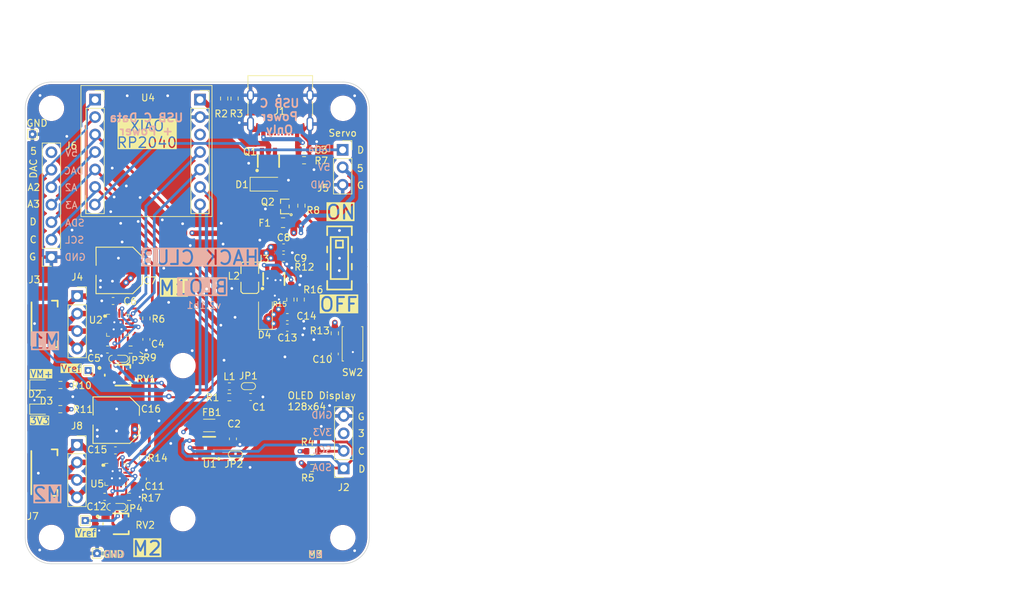
<source format=kicad_pcb>
(kicad_pcb (version 20221018) (generator pcbnew)
  (title_block (title "BLOT") (date "2024-02-19") (rev "2.1a") (company "HACK CLUB") (comment 1 "Motor Controller Board") (comment 2 "Untested Design") (comment 3 "(CC) Parkview"))
  (layers (0 "F.Cu" signal) (1 "In1.Cu" signal) (2 "In2.Cu" signal) (31 "B.Cu" signal) (34 "B.Paste" user) (35 "F.Paste" user) (36 "B.SilkS" user "B.Silkscreen") (37 "F.SilkS" user "F.Silkscreen") (38 "B.Mask" user) (39 "F.Mask" user) (44 "Edge.Cuts" user))
  (net 0 "")
  (net 1 "EN-Fault1")
  (net 2 "GND")
  (net 3 "DVDD1")
  (net 4 "VMEM")
  (net 5 "VBUS")
  (net 6 "+5VA")
  (net 7 "EN-Fault2")
  (net 8 "DVDD2")
  (net 9 "Net-(J1-CC1)")
  (net 13 "Net-(J1-CC2)")
  (net 17 "M1A1")
  (net 18 "M1A2")
  (net 19 "M1B2")
  (net 20 "M1B1")
  (net 21 "/SDA")
  (net 22 "/SCL")
  (net 23 "+3V3")
  (net 24 "M2A1")
  (net 25 "M2A2")
  (net 26 "M2B1")
  (net 27 "M2B2")
  (net 28 "/A3")
  (net 29 "/A2")
  (net 30 "/DAC")
  (net 31 "/A6")
  (net 32 "Net-(D1-K)")
  (net 33 "Net-(D4-A)")
  (net 34 "Net-(Q2-D)")
  (net 35 "Net-(JP1-A)")
  (net 36 "+5V")
  (net 37 "/ENABLE")
  (net 38 "Net-(U1-VDD)")
  (net 39 "Vref1")
  (net 40 "Net-(JP3-C)")
  (net 41 "Net-(D2-A)")
  (net 42 "Net-(D3-A)")
  (net 43 "Net-(JP3-B)")
  (net 44 "Net-(JP4-C)")
  (net 45 "Net-(JP4-B)")
  (net 46 "Net-(L1-Pad1)")
  (net 47 "Net-(Q1A-D)")
  (net 48 "Net-(U2-DECAY{slash}TOFF)")
  (net 49 "/A10")
  (net 50 "/A9")
  (net 51 "Net-(U3-OC)")
  (net 52 "/A8")
  (net 53 "/A7")
  (net 54 "Net-(Q2-G)")
  (net 57 "Net-(U3-FB)")
  (net 58 "Net-(U5-DECAY{slash}TOFF)")
  (net 59 "Net-(JP2-A)")
  (footprint "blot-footprints:SW-SMD_MST22D18G2" (layer "F.Cu") (at 149.8 85.15 -90)
    (fp_text reference "SW1" hide)
    (fp_text value "MST22D18G2 125")
  )
  (footprint "TestPoint:TestPoint_THTPad_1.0x1.0mm_Drill0.5mm" (layer "F.Cu") (at 112.85 123.3)
    (fp_text reference "TP4" hide)
    (fp_text value "TestPoint")
  )
  (footprint "blot-footprints:CONN-SMD_4P-P1.25_533980471" (layer "F.Cu") (at 107.65 94.73 -90)
    (fp_text reference "J3")
    (fp_text value "Motor Conn")
  )
  (footprint "Connector_PinSocket_2.54mm:PinSocket_1x03_P2.54mm_Vertical" (layer "F.Cu") (at 150.27 69.42)
    (fp_text reference "J5")
    (fp_text value "SG90")
  )
  (footprint "Capacitor_SMD:C_0603_1608Metric" (layer "F.Cu") (at 141.675 85.12 180)
    (fp_text reference "C9")
    (fp_text value "100nF/16V")
  )
  (footprint "Resistor_SMD:R_0603_1608Metric" (layer "F.Cu") (at 144.66 70.93)
    (fp_text reference "R7")
    (fp_text value "100K")
  )
  (footprint "blot-footprints:WQFN-16_L3.0-W3.0-P0.50-BL-EP1.7" (layer "F.Cu") (at 117.305 116.59 -90)
    (fp_text reference "U5")
    (fp_text value "DRV8428RTER")
  )
  (footprint "MountingHole:MountingHole_3.2mm_M3" (layer "F.Cu") (at 127.06 100.78)
    (fp_text reference "H5" hide)
    (fp_text value "M3")
  )
  (footprint "Resistor_SMD:R_0603_1608Metric" (layer "F.Cu") (at 142.67 91.185 90)
    (fp_text reference "R15")
    (fp_text value "169K")
  )
  (footprint "blot-footprints:CONN-SMD_4P-P1.25_533980471" (layer "F.Cu") (at 107.62 116.34 -90)
    (fp_text reference "J7")
    (fp_text value "Motor Conn")
  )
  (footprint "TestPoint:TestPoint_THTPad_1.0x1.0mm_Drill0.5mm" (layer "F.Cu") (at 114.58 128.08)
    (fp_text reference "TP3" hide)
    (fp_text value "TestPoint")
  )
  (footprint "blot-footprints:SW_SMD_SPST_5x3" (layer "F.Cu") (at 151.7 97.62 -90)
    (fp_text reference "SW2")
    (fp_text value "User")
  )
  (footprint "TestPoint:TestPoint_THTPad_1.0x1.0mm_Drill0.5mm" (layer "F.Cu") (at 113.28 101.48)
    (fp_text reference "TP1" hide)
    (fp_text value "TestPoint")
  )
  (footprint "Capacitor_SMD:C_0603_1608Metric" (layer "F.Cu") (at 141.685 83.6)
    (fp_text reference "C8")
    (fp_text value "22uF/16V")
  )
  (footprint "blot-footprints:JUMPER-3Psml_Bridged_RoundedPad2x1mm" (layer "F.Cu") (at 117.2992 100.1)
    (fp_text reference "JP3")
    (fp_text value "Jumper_3_Bridged12")
  )
  (footprint "blot-footprints:RES-ADJ-SMD_3P-L3.0-W3.8-P1.75-BR" (layer "F.Cu") (at 117.69 102.17 180)
    (fp_text reference "RV1")
    (fp_text value "30K")
  )
  (footprint "Capacitor_SMD:C_0603_1608Metric" (layer "F.Cu") (at 144.645 69.37)
    (fp_text reference "C3")
    (fp_text value "22uF/16V")
  )
  (footprint "blot-footprints:CAP-SMD_BD6.3-L6.6-W6.6-LS7.3-FD" (layer "F.Cu") (at 117.355 108.7 180)
    (fp_text reference "C16")
    (fp_text value "100uF/25V")
  )
  (footprint "Capacitor_SMD:C_0603_1608Metric" (layer "F.Cu") (at 134.32 111.425 -90)
    (fp_text reference "C2")
    (fp_text value "100nF")
  )
  (footprint "Capacitor_SMD:C_0603_1608Metric" (layer "F.Cu") (at 121.74 96.965 -90)
    (fp_text reference "C4")
    (fp_text value "10nF/16V")
  )
  (footprint "blot-footprints:JUMPER-2Psml_UnBridged_RoundedPad2x1mm" (layer "F.Cu") (at 136.5612 104.08)
    (fp_text reference "JP1")
    (fp_text value "Jumper_2_Open")
  )
  (footprint "Capacitor_SMD:C_0603_1608Metric" (layer "F.Cu") (at 121.225 117.245 -90)
    (fp_text reference "C11")
    (fp_text value "10nF/16V")
  )
  (footprint "Connector_USB:USB_C_Receptacle_HRO_TYPE-C-31-M-12" (layer "F.Cu") (at 141.2 62.54 180)
    (fp_text reference "J1")
    (fp_text value "USB-C Power")
  )
  (footprint "Resistor_SMD:R_0603_1608Metric" (layer "F.Cu") (at 133.795 105.37)
    (fp_text reference "R1")
    (fp_text value "16R")
  )
  (footprint "Connector_PinSocket_2.54mm:PinSocket_1x04_P2.54mm_Vertical" (layer "F.Cu") (at 150.42 115.71 180)
    (fp_text reference "J2")
    (fp_text value "OLED Screen")
  )
  (footprint "blot-footprints:QTPYXIAORP2040" (layer "F.Cu") (at 121.91 56.26)
    (fp_text reference "U4")
    (fp_text value "RP2040 XIAO")
  )
  (footprint "blot-footprints:SOT-23-6_L2.9-W1.6-P0.95-LS2.8-BR" (layer "F.Cu") (at 140.27 88.1825 -90)
    (fp_text reference "U3")
    (fp_text value "FP6291LR-G1")
  )
  (footprint "Resistor_SMD:R_0603_1608Metric" (layer "F.Cu") (at 109.26 103.59 180)
    (fp_text reference "R10")
    (fp_text value "10K")
  )
  (footprint "LED_SMD:LED_0603_1608Metric" (layer "F.Cu") (at 106.2725 107.11)
    (fp_text reference "D3")
    (fp_text value "Emerald")
  )
  (footprint "Capacitor_SMD:C_0603_1608Metric" (layer "F.Cu") (at 136.885 105.34)
    (fp_text reference "C1")
    (fp_text value "10uF")
  )
  (footprint "Resistor_SMD:R_0603_1608Metric" (layer "F.Cu") (at 142.79 88.155 90)
    (fp_text reference "R12")
    (fp_text value "60.4K")
  )
  (footprint "Inductor_SMD:L_1206_3216Metric" (layer "F.Cu") (at 130.875 109.48)
    (fp_text reference "FB1")
    (fp_text value "150")
  )
  (footprint "Capacitor_SMD:C_0603_1608Metric" (layer "F.Cu") (at 142.225 95.27)
    (fp_text reference "C13")
    (fp_text value "22uF/16V")
  )
  (footprint "Diode_SMD:D_SOD-123" (layer "F.Cu") (at 139.05 93.17 90)
    (fp_text reference "D4")
    (fp_text value "B5819W")
  )
  (footprint "MountingHole:MountingHole_3.2mm_M3" (layer "F.Cu") (at 107.95 125.76)
    (fp_text reference "H3" hide)
    (fp_text value "M3")
  )
  (footprint "blot-footprints:SOT-323-3_L2.1-W1.3-P1.30-LS2.3-BL" (layer "F.Cu") (at 141.865 77.65 90)
    (fp_text reference "Q2")
    (fp_text value "HXY2101EI")
  )
  (footprint "blot-footprints:L1008" (layer "F.Cu") (at 136.76 88.02 -90)
    (fp_text reference "L2")
    (fp_text value "4.7uH")
  )
  (footprint "Diode_SMD:D_SOD-123" (layer "F.Cu") (at 139.185 74.415)
    (fp_text reference "D1")
    (fp_text value "B5819W")
  )
  (footprint "Capacitor_SMD:C_0603_1608Metric" (layer "F.Cu") (at 142.225 93.73 180)
    (fp_text reference "C14")
    (fp_text value "100nF/16V")
  )
  (footprint "blot-footprints:WQFN-16_L3.0-W3.0-P0.50-BL-EP1.7" (layer "F.Cu") (at 117.56 94.92 -90)
    (fp_text reference "U2")
    (fp_text value "DRV8428RTER")
  )
  (footprint "easyeda2kicad:SOT-23-6_L2.9-W1.6-P0.95-LS2.8-BR" (layer "F.Cu") (at 130.87 112.68)
    (fp_text reference "U1")
    (fp_text value "DAC5571IDBVR")
  )
  (footprint "blot-footprints:JUMPER-2Psml_UnBridged_RoundedPad2x1mm" (layer "F.Cu") (at 134.6712 113.99)
    (fp_text reference "JP2")
    (fp_text value "Jumper_2_Open")
  )
  (footprint "MountingHole:MountingHole_3.2mm_M3" (layer "F.Cu") (at 150.328 63.385)
    (fp_text reference "H1" hide)
    (fp_text value "M3")
  )
  (footprint "MountingHole:MountingHole_3.2mm_M3" (layer "F.Cu") (at 150.29 125.78)
    (fp_text reference "H4" hide)
    (fp_text value "M3")
  )
  (footprint "Resistor_SMD:R_0603_1608Metric" (layer "F.Cu") (at 109.24 107.11 180)
    (fp_text reference "R11")
    (fp_text value "2.7K")
  )
  (footprint "Connector_PinSocket_2.54mm:PinSocket_1x07_P2.54mm_Vertical" (layer "F.Cu") (at 107.94 85.01 180)
    (fp_text reference "J6")
    (fp_text value "GPIO")
  )
  (footprint "Capacitor_SMD:C_0603_1608Metric" (layer "F.Cu") (at 149.12 99.085 90)
    (fp_text reference "C10")
    (fp_text value "100nF/16V")
  )
  (footprint "Capacitor_SMD:C_0603_1608Metric" (layer "F.Cu") (at 117.25 113.1 180)
    (fp_text reference "C15")
    (fp_text value "10nF/16V")
  )
  (footprint "Resistor_SMD:R_0603_1608Metric" (layer "F.Cu") (at 149.13 96.085 90)
    (fp_text reference "R13")
    (fp_text value "10K")
  )
  (footprint "blot-footprints:SOT-23-6_L2.9-W1.6-P0.95-LS2.8-BR" (layer "F.Cu") (at 139.485 71.025 -90)
    (fp_text reference "Q1")
    (fp_text value "WST2011")
  )
  (footprint "Capacitor_SMD:C_0603_1608Metric" (layer "F.Cu") (at 116.905 91.39 180)
    (fp_text reference "C6")
    (fp_text value "10nF/16V")
  )
  (footprint "Resistor_SMD:R_0603_1608Metric" (layer "F.Cu") (at 121.74 93.925 -90)
    (fp_text reference "R6")
    (fp_text value "1.5K")
  )
  (footprint "Resistor_SMD:R_0603_1608Metric" (layer "F.Cu") (at 119.22 119.85 180)
    (fp_text reference "R17")
    (fp_text value "100K")
  )
  (footprint "Resistor_SMD:R_0603_1608Metric" (layer "F.Cu") (at 144.275 77.5375 -90)
    (fp_text reference "R8")
    (fp_text value "100K")
  )
  (footprint "Resistor_SMD:R_0603_1608Metric" (layer "F.Cu") (at 133.05 61.9675 -90)
    (fp_text reference "R2")
    (fp_text value "5.1K")
  )
  (footprint "Resistor_SMD:R_0603_1608Metric" (layer "F.Cu") (at 145.8575 113.23 180)
    (fp_text reference "R4")
    (fp_text value "5.1K")
  )
  (footprint "MountingHole:MountingHole_3.2mm_M3" (layer "F.Cu") (at 127.04 123.02)
    (fp_text reference "H6" hide)
    (fp_text value "M3")
  )
  (footprint "MountingHole:MountingHole_3.2mm_M3" (layer "F.Cu") (at 107.948 63.385)
    (fp_text reference "H2" hide)
    (fp_text value "M3")
  )
  (footprint "Inductor_SMD:L_0603_1608Metric" (layer "F.Cu") (at 133.8062 103.7978)
    (fp_text reference "L1")
    (fp_text value "2.2uH")
  )
  (footprint "Connector_PinSocket_2.54mm:PinSocket_1x04_P2.54mm_Vertical" (layer "F.Cu") (at 111.69 90.68)
    (fp_text reference "J4")
    (fp_text value "NEMA17")
  )
  (footprint "Connector_PinSocket_2.54mm:PinSocket_1x04_P2.54mm_Vertical" (layer "F.Cu") (at 111.655 112.31)
    (fp_text reference "J8")
    (fp_text value "NEMA17")
  )
  (footprint "blot-footprints:CAP-SMD_BD6.3-L6.6-W6.6-LS7.3-FD" (layer "F.Cu") (at 117.79 86.94 180)
    (fp_text reference "C7")
    (fp_text value "100uF/25V")
  )
  (footprint "Capacitor_SMD:C_0603_1608Metric" (layer "F.Cu") (at 116.085 98.44 180)
    (fp_text reference "C5")
    (fp_text value "470nF")
  )
  (footprint "Resistor_SMD:R_0603_1608Metric" (layer "F.Cu") (at 121.255 114.225 -90)
    (fp_text reference "R14")
    (fp_text value "1.5K")
  )
  (footprint "blot-footprints:JUMPER-3Psml_Bridged_RoundedPad2x1mm" (layer "F.Cu") (at 117.0192 121.63)
    (fp_text reference "JP4")
    (fp_text value "Jumper_3_Bridged12")
  )
  (footprint "Capacitor_SMD:C_0603_1608Metric" (layer "F.Cu") (at 115.68 119.85 180)
    (fp_text reference "C12")
    (fp_text value "470nF")
  )
  (footprint "LED_SMD:LED_0603_1608Metric" (layer "F.Cu") (at 106.285 103.59)
    (fp_text reference "D2")
    (fp_text value "Orange")
  )
  (footprint "blot-footprints:RES-ADJ-SMD_3P-L3.0-W3.8-P1.75-BR" (layer "F.Cu") (at 117.43 123.77 180)
    (fp_text reference "RV2")
    (fp_text value "30K")
  )
  (footprint "Resistor_SMD:R_0603_1608Metric" (layer "F.Cu") (at 134.56 61.9725 90)
    (fp_text reference "R3")
    (fp_text value "5.1K")
  )
  (footprint "Fuse:Fuse_0805_2012Metric" (layer "F.Cu") (at 141.6075 80.01)
    (fp_text reference "F1")
    (fp_text value "1A")
  )
  (footprint "Resistor_SMD:R_0603_1608Metric" (layer "F.Cu") (at 119.455 98.46 180)
    (fp_text reference "R9")
    (fp_text value "100K")
  )
  (footprint "TestPoint:TestPoint_THTPad_1.0x1.0mm_Drill0.5mm" (layer "F.Cu") (at 105.18 67.16)
    (fp_text reference "TP2" hide)
    (fp_text value "TestPoint")
  )
  (footprint "Resistor_SMD:R_0603_1608Metric" (layer "F.Cu") (at 145.8375 115.66)
    (fp_text reference "R5")
    (fp_text value "5.1K")
  )
  (footprint "Resistor_SMD:R_0603_1608Metric" (layer "F.Cu") (at 144.17 91.185 -90)
    (fp_text reference "R16")
    (fp_text value "12K")
  )
  (gr_line (start 121.22 99.08) (end 120.83 98.8) (stroke (width 0.15)) (layer "F.SilkS"))
  (gr_line (start 107.948 59.575) (end 150.328 59.575) (stroke (width 0.1)) (layer "Edge.Cuts"))
  (gr_line (start 104.138 125.765) (end 104.138 63.385) (stroke (width 0.1)) (layer "Edge.Cuts"))
  (gr_arc (start 104.138 63.385) (mid 105.253923 60.690923) (end 107.948 59.575) (stroke (width 0.1)) (layer "Edge.Cuts"))
  (gr_arc (start 107.948 129.575) (mid 105.253923 128.459077) (end 104.138 125.765) (stroke (width 0.1)) (layer "Edge.Cuts"))
  (gr_line (start 154.138 63.385) (end 154.138 125.765) (stroke (width 0.1)) (layer "Edge.Cuts"))
  (gr_arc (start 150.328 59.575) (mid 153.022077 60.690923) (end 154.138 63.385) (stroke (width 0.1)) (layer "Edge.Cuts"))
  (gr_line (start 150.328 129.575) (end 107.948 129.575) (stroke (width 0.1)) (layer "Edge.Cuts"))
  (gr_arc (start 154.138 125.765) (mid 153.022077 128.459077) (end 150.328 129.575) (stroke (width 0.1)) (layer "Edge.Cuts"))
  (gr_text "3V3" (at 148.8 111.07) (layer "B.SilkS") (effects (font (size 1 1)) (justify left bottom mirror)))
  (gr_text "GND" (at 118.73 128.8) (layer "B.SilkS") (effects (font (size 1 1)) (justify left bottom mirror)))
  (gr_text "A3" (at 111.84 78.06) (layer "B.SilkS") (effects (font (size 1 1)) (justify left bottom mirror)))
  (gr_text "HACK CLUB" (at 138.29 86.27) (layer "B.SilkS" knockout) (effects (font (size 2 2) (thickness 0.3)) (justify left bottom mirror)))
  (gr_text "5V" (at 111.86 70.47) (layer "B.SilkS") (effects (font (size 1 1)) (justify left bottom mirror)))
  (gr_text "GND" (at 113.02 85.61) (layer "B.SilkS") (effects (font (size 1 1)) (justify left bottom mirror)))
  (gr_text "M2" (at 109.7 120.68) (layer "B.SilkS" knockout) (effects (font (size 2 2) (thickness 0.3)) (justify left bottom mirror)))
  (gr_text "GND" (at 148.88 108.56) (layer "B.SilkS") (effects (font (size 1 1)) (justify left bottom mirror)))
  (gr_text "SDA" (at 112.85 80.63) (layer "B.SilkS") (effects (font (size 1 1)) (justify left bottom mirror)))
  (gr_text "Data" (at 148.72 69.81) (layer "B.SilkS") (effects (font (size 1 1)) (justify left bottom mirror)))
  (gr_text "DAC" (at 112.71 73.06) (layer "B.SilkS") (effects (font (size 1 1)) (justify left bottom mirror)))
  (gr_text "A2" (at 111.79 75.49) (layer "B.SilkS") (effects (font (size 1 1)) (justify left bottom mirror)))
  (gr_text "M3" (at 147.53 128.87) (layer "B.SilkS") (effects (font (size 1 1)) (justify left bottom mirror)))
  (gr_text "5V" (at 148.57 72.53) (layer "B.SilkS") (effects (font (size 1 1)) (justify left bottom mirror)))
  (gr_text "USB C\nPower\nOnly" (at 141.09 67.22) (layer "B.SilkS") (effects (font (size 1.2 1.2) (thickness 0.25) bold) (justify bottom mirror)))
  (gr_text "SCL" (at 112.78 83.11) (layer "B.SilkS") (effects (font (size 1 1)) (justify left bottom mirror)))
  (gr_text "SCL" (at 148.8 113.64) (layer "B.SilkS") (effects (font (size 1 1)) (justify left bottom mirror)))
  (gr_text "v2.1b1" (at 132.7 92.6) (layer "B.SilkS") (effects (font (size 1 1)) (justify left bottom mirror)))
  (gr_text "BLOT" (at 133.82 90.57) (layer "B.SilkS" knockout) (effects (font (size 2 2) (thickness 0.3)) (justify left bottom mirror)))
  (gr_text "USB C Data\n+ Power" (at 121.73 67.39) (layer "B.SilkS") (effects (font (size 1.2 1.2) (thickness 0.25) bold) (justify bottom mirror)))
  (gr_text "GND" (at 148.74 75.08) (layer "B.SilkS") (effects (font (size 1 1)) (justify left bottom mirror)))
  (gr_text "M1" (at 109.35 98.43) (layer "B.SilkS" knockout) (effects (font (size 2 2) (thickness 0.3)) (justify left bottom mirror)))
  (gr_text "SDA" (at 148.78 116.17) (layer "B.SilkS") (effects (font (size 1 1)) (justify left bottom mirror)))
  (gr_text "D" (at 152.46 116.4) (layer "F.SilkS") (effects (font (size 1 1)) (justify left bottom)))
  (gr_text "Vref" (at 109.26 101.8) (layer "F.SilkS" knockout) (effects (font (size 1 1)) (justify left bottom)))
  (gr_text "G" (at 152.36 108.8) (layer "F.SilkS") (effects (font (size 1 1)) (justify left bottom)))
  (gr_text "OLED Display\n128x64" (at 142.18 107.33) (layer "F.SilkS") (effects (font (size 1 1)) (justify left bottom)))
  (gr_text "Servo" (at 148.12 67.57) (layer "F.SilkS") (effects (font (size 1 1)) (justify left bottom)))
  (gr_text "3" (at 152.41 111.22) (layer "F.SilkS") (effects (font (size 1 1)) (justify left bottom)))
  (gr_text "C" (at 152.39 113.8) (layer "F.SilkS") (effects (font (size 1 1)) (justify left bottom)))
  (gr_text "DAC" (at 105.92 73.67 90) (layer "F.SilkS") (effects (font (size 1 1)) (justify left bottom)))
  (gr_text "OFF" (at 146.73 93.07) (layer "F.SilkS" knockout) (effects (font (size 2 2) (thickness 0.3)) (justify left bottom)))
  (gr_text "VM+" (at 104.79 102.59) (layer "F.SilkS" knockout) (effects (font (size 1 1)) (justify left bottom)))
  (gr_text "G" (at 152.26 75.18) (layer "F.SilkS") (effects (font (size 1 1)) (justify left bottom)))
  (gr_text "GND" (at 104.22 66.13) (layer "F.SilkS") (effects (font (size 1 1)) (justify left bottom)))
  (gr_text "D" (at 152.28 70.04) (layer "F.SilkS") (effects (font (size 1 1)) (justify left bottom)))
  (gr_text "3V3" (at 104.76 109.38) (layer "F.SilkS" knockout) (effects (font (size 1 1)) (justify left bottom)))
  (gr_text "C" (at 104.7 83.06) (layer "F.SilkS") (effects (font (size 1 1)) (justify left bottom)))
  (gr_text "ON" (at 147.71 79.67) (layer "F.SilkS" knockout) (effects (font (size 2 2) (thickness 0.3)) (justify left bottom)))
  (gr_text "Vref" (at 111.39 125.7) (layer "F.SilkS" knockout) (effects (font (size 1 1)) (justify left bottom)))
  (gr_text "D" (at 104.68 80.46) (layer "F.SilkS") (effects (font (size 1 1)) (justify left bottom)))
  (gr_text "M1" (at 123.41 90.66) (layer "F.SilkS" knockout) (effects (font (size 2 2) (thickness 0.3)) (justify left bottom)))
  (gr_text "GND" (at 115.28 128.78) (layer "F.SilkS") (effects (font (size 1 1)) (justify left bottom)))
  (gr_text "M2" (at 119.54 128.5) (layer "F.SilkS" knockout) (effects (font (size 2 2) (thickness 0.3)) (justify left bottom)))
  (gr_text "M3" (at 145.14 128.8) (layer "F.SilkS") (effects (font (size 1 1)) (justify left bottom)))
  (gr_text "A3" (at 104.36 77.89) (layer "F.SilkS") (effects (font (size 1 1)) (justify left bottom)))
  (gr_text "A2" (at 104.39 75.46) (layer "F.SilkS") (effects (font (size 1 1)) (justify left bottom)))
  (gr_text "XIAO\nRP2040" (at 121.82 69.25) (layer "F.SilkS" knockout) (effects (font (size 1.5 1.5) (thickness 0.2)) (justify bottom)))
  (gr_text "5" (at 104.77 70.2) (layer "F.SilkS") (effects (font (size 1 1)) (justify left bottom)))
  (gr_text "G" (at 104.61 85.56) (layer "F.SilkS") (effects (font (size 1 1)) (justify left bottom)))
  (gr_text "5" (at 152.25 72.7) (layer "F.SilkS") (effects (font (size 1 1)) (justify left bottom)))
  (segment (start 108.63 63.68) (end 108.63 63.63) (width 0.4) (layer "F.Cu") (net 0))
  (segment (start 119.55 92.49) (end 119.52 92.46) (width 0.3) (layer "F.Cu") (net 1))
  (segment (start 118.56 93.42) (end 118.31 93.42) (width 0.3) (layer "F.Cu") (net 1))
  (segment (start 120.915 93.135) (end 120.27 92.49) (width 0.3) (layer "F.Cu") (net 1))
  (segment (start 121.74 94.75) (end 120.915 93.925) (width 0.3) (layer "F.Cu") (net 1))
  (segment (start 120.27 92.49) (end 119.55 92.49) (width 0.3) (layer "F.Cu") (net 1))
  (segment (start 121.74 96.19) (end 121.74 94.75) (width 0.3) (layer "F.Cu") (net 1))
  (segment (start 120.915 93.925) (end 120.915 93.135) (width 0.3) (layer "F.Cu") (net 1))
  (segment (start 119.52 92.46) (end 118.56 93.42) (width 0.3) (layer "F.Cu") (net 1))
  (segment (start 116.99 95.49) (end 117.56 94.92) (width 0.3) (layer "F.Cu") (net 2))
  (segment (start 142.88 86.57) (end 142.45 86.99) (width 0.8) (layer "F.Cu") (net 2))
  (segment (start 115.28 91.39) (end 115.26 91.37) (width 0.8) (layer "F.Cu") (net 2))
  (segment (start 140.27 90.43) (end 141 91.16) (width 0.8) (layer "F.Cu") (net 2))
  (segment (start 142.46 84.86) (end 142.46 85.11) (width 0.8) (layer "F.Cu") (net 2))
  (segment (start 139.62 88.36) (end 139.36 88.1) (width 0.8) (layer "F.Cu") (net 2))
  (segment (start 117.09 94.48) (end 117.12 94.48) (width 0.3) (layer "F.Cu") (net 2))
  (segment (start 121.225 118.02) (end 121.225 118.835) (width 0.8) (layer "F.Cu") (net 2))
  (segment (start 115.12 89.45) (end 115.12 90.38) (width 1) (layer "F.Cu") (net 2))
  (segment (start 141.42375 88.24625) (end 142.47625 87.19375) (width 0.6) (layer "F.Cu") (net 2))
  (segment (start 142.45 86.99) (end 142.79 87.33) (width 0.8) (layer "F.Cu") (net 2))
  (segment (start 120.045 119.85) (end 120.77 119.85) (width 0.8) (layer "F.Cu") (net 2))
  (segment (start 116.13 91.39) (end 116.13 92.537208) (width 0.6) (layer "F.Cu") (net 2))
  (segment (start 131.32 112.68) (end 132.22 112.68) (width 0.6) (layer "F.Cu") (net 2))
  (segment (start 137.795 66.585) (end 136.88 65.67) (width 0.4) (layer "F.Cu") (net 2))
  (segment (start 116.81 94.17) (end 117.09 94.45) (width 0.3) (layer "F.Cu") (net 2))
  (segment (start 144.37 93.77) (end 143.15 93.77) (width 1.5) (layer "F.Cu") (net 2))
  (segment (start 116.99 95.51) (end 116.99 95.49) (width 0.3) (layer "F.Cu") (net 2))
  (segment (start 115.06 89.39) (end 115.12 89.45) (width 1) (layer "F.Cu") (net 2))
  (segment (start 120.77 119.85) (end 120.78 119.86) (width 0.8) (layer "F.Cu") (net 2))
  (segment (start 115.12 88.39) (end 115.08 88.43) (width 1) (layer "F.Cu") (net 2))
  (segment (start 114.685 108.7) (end 114.685 110.065) (width 1) (layer "F.Cu") (net 2))
  (segment (start 115.12 90.38) (end 116.13 91.39) (width 1) (layer "F.Cu") (net 2))
  (segment (start 134.56 61.06) (end 133.055 61.06) (width 0.4) (layer "F.Cu") (net 2))
  (segment (start 142.46 85.11) (end 142.45 85.12) (width 0.8) (layer "F.Cu") (net 2))
  (segment (start 144.6 94.33) (end 144.37 94.1) (width 1.5) (layer "F.Cu") (net 2))
  (segment (start 127.371827 82.581827) (end 127.371827 80.521827) (width 0.6) (layer "F.Cu") (net 2))
  (segment (start 115.12 89.33) (end 115.06 89.39) (width 1) (layer "F.Cu") (net 2))
  (segment (start 116.97 95.51) (end 116.99 95.51) (width 0.3) (layer "F.Cu") (net 2))
  (segment (start 115.12 86.94) (end 115.12 88.39) (width 1) (layer "F.Cu") (net 2))
  (segment (start 117.09 94.45) (end 117.09 94.48) (width 0.3) (layer "F.Cu") (net 2))
  (segment (start 114.685 110.995) (end 114.62 111.06) (width 1) (layer "F.Cu") (net 2))
  (segment (start 144.37 92.01) (end 144.77 92.01) (width 1.5) (layer "F.Cu") (net 2))
  (segment (start 136.88 61.49) (end 134.99 61.49) (width 0.4) (layer "F.Cu") (net 2))
  (segment (start 146.95 85.15) (end 143.84 84.64) (width 1.5) (layer "F.Cu") (net 2))
  (segment (start 116.555 118.2) (end 114.905 119.85) (width 0.3) (layer "F.Cu") (net 2))
  (segment (start 116.565 113.315) (end 115.92 113.96) (width 0.6) (layer "F.Cu") (net 2))
  (segment (start 116.13 91.39) (end 115.28 91.39) (width 0.8) (layer "F.Cu") (net 2))
  (segment (start 144.37 94.1) (end 144.37 93.77) (width 1.5) (layer "F.Cu") (net 2))
  (segment (start 144.14 88.1) (end 144.28 88.24) (width 1.5) (layer "F.Cu") (net 2))
  (segment (start 144.45 66.585) (end 144.605 66.585) (width 0.4) (layer "F.Cu") (net 2))
  (segment (start 129.52 113.63) (end 130.37 113.63) (width 0.6) (layer "F.Cu") (net 2))
  (segment (start 151.71 99.87) (end 151.71 98.85) (width 0.8) (layer "F.Cu") (net 2))
  (segment (start 143.15 94.69) (end 143 94.54) (width 1) (layer "F.Cu") (net 2))
  (segment (start 116.81 93.42) (end 116.81 94.17) (width 0.3) (layer "F.Cu") (net 2))
  (segment (start 120.55 79.83) (end 120.56 79.83) (width 0.4) (layer "F.Cu") (net 2))
  (segment (start 149.13 99.87) (end 149.12 99.86) (width 0.8) (layer "F.Cu") (net 2))
  (segment (start 114.62 111.06) (end 114.685 111.125) (width 1) (layer "F.Cu") (net 2))
  (segment (start 149.83 85.15) (end 152.65 85.15) (width 1.5) (layer "F.Cu") (net 2))
  (segment (start 105.475 105.19) (end 105.475 107.085) (width 0.8) (layer "F.Cu") (net 2))
  (segment (start 137.95 66.585) (end 137.795 66.585) (width 0.4) (layer "F.Cu") (net 2))
  (segment (start 151.71 98.85) (end 151.75 98.81) (width 0.8) (layer "F.Cu") (net 2))
  (segment (start 114.685 110.215) (end 114.685 110.995) (width 1) (layer "F.Cu") (net 2))
  (segment (start 140.4875 88.3825) (end 140.51 88.36) (width 0.8) (layer "F.Cu") (net 2))
  (segment (start 140.51 88.36) (end 139.62 88.36) (width 0.8) (layer "F.Cu") (net 2))
  (segment (start 117.15 103.23) (end 116.15 103.23) (width 0.8) (layer "F.Cu") (net 2))
  (segment (start 115.12 88.47) (end 115.12 89.33) (width 1) (layer "F.Cu") (net 2))
  (segment (start 120.28 98.46) (end 121.55 98.46) (width 0.8) (layer "F.Cu") (net 2))
  (segment (start 142.45 85.12) (end 142.15 86.02) (width 0.8) (layer "F.Cu") (net 2))
  (segment (start 105.4975 103.59) (end 105.4975 105.1675) (width 0.8) (layer "F.Cu") (net 2))
  (segment (start 116.81 96.42) (end 116.81 96.73) (width 0.3) (layer "F.Cu") (net 2))
  (segment (start 116.555 115.835) (end 116.555 115.09) (width 0.3) (layer "F.Cu") (net 2))
  (segment (start 116.15 103.23) (end 116.14 103.22) (width 0.8) (layer "F.Cu") (net 2))
  (segment (start 130.37 113.63) (end 131.32 112.68) (width 0.6) (layer "F.Cu") (net 2))
  (segment (start 114.685 110.065) (end 114.61 110.14) (width 1) (layer "F.Cu") (net 2))
  (segment (start 142.15 86.02) (end 142.88 86.57) (width 0.8) (layer "F.Cu") (net 2))
  (segment (start 121.23 118.84) (end 121.23 119.41) (width 0.8) (layer "F.Cu") (net 2))
  (segment (start 114.61 110.14) (end 114.685 110.215) (width 1) (layer "F.Cu") (net 2))
  (segment (start 114.685 111.125) (end 114.685 111.23) (width 1) (layer "F.Cu") (net 2))
  (segment (start 116.81 95.67) (end 116.97 95.51) (width 0.3) (layer "F.Cu") (net 2))
  (segment (start 145.42 68.18) (end 145.42 69.37) (width 0.6) (layer "F.Cu") (net 2))
  (segment (start 116.81 93.42) (end 116.81 93.23) (width 0.3) (layer "F.Cu") (net 2))
  (segment (start 144.17 88.253112) (end 144.17 87.76) (width 1.5) (layer "F.Cu") (net 2))
  (segment (start 144.443112 87.73) (end 143.95 87.73) (width 1.5) (layer "F.Cu") (net 2))
  (segment (start 127.371827 80.521827) (end 127.01 80.16) (width 0.6) (layer "F.Cu") (net 2))
  (segment (start 117.12 94.48) (end 117.56 94.92) (width 0.3) (layer "F.Cu") (net 2))
  (segment (start 143.15 93.77) (end 143.15 93.73) (width 1.5) (layer "F.Cu") (net 2))
  (segment (start 137.66 105.34) (end 138.67 105.34) (width 0.6) (layer "F.Cu") (net 2))
  (segment (start 141.24 88.36) (end 141.2625 88.3825) (width 0.8) (layer "F.Cu") (net 2))
  (segment (start 144.038444 87.618444) (end 143.241556 86.821556) (width 1.5) (layer "F.Cu") (net 2))
  (segment (start 142.46 83.6) (end 142.46 83.88) (width 0.8) (layer "F.Cu") (net 2))
  (segment (start 121.225 118.835) (end 121.23 118.84) (width 0.8) (layer "F.Cu") (net 2))
  (segment (start 143.96 96.08) (end 144.37 95.67) (width 1.5) (layer "F.Cu") (net 2))
  (segment (start 115.92 113.96) (end 115.92 114.62) (width 0.6) (layer "F.Cu") (net 2))
  (segment (start 116.13 92.55) (end 116.13 91.39) (width 0.3) (layer "F.Cu") (net 2))
  (segment (start 142.88 86.963112) (end 142.88 86.57) (width 1.5) (layer "F.Cu") (net 2))
  (segment (start 115.31 99.27) (end 115.22 99.36) (width 0.8) (layer "F.Cu") (net 2))
  (segment (start 144.77 92.01) (end 145.595 91.185) (width 1.5) (layer "F.Cu") (net 2))
  (segment (start 142.46 83.88) (end 142.95 84.37) (width 0.8) (layer "F.Cu") (net 2))
  (segment (start 114.905 120.625) (end 114.93 120.65) (width 0.8) (layer "F.Cu") (net 2))
  (segment (start 144.47 96.31) (end 143.96 96.08) (width 1.5) (layer "F.Cu") (net 2))
  (segment (start 116.81 96.42) (end 116.81 95.67) (width 0.3) (layer "F.Cu") (net 2))
  (segment (start 105.4975 105.1675) (end 105.475 105.19) (width 0.8) (layer "F.Cu") (net 2))
  (segment (start 120.56 79.83) (end 123.82 83.09) (width 0.4) (layer "F.Cu") (net 2))
  (segment (start 123.82 83.09) (end 123.82 86.17) (width 0.4) (layer "F.Cu") (net 2))
  (segment (start 142.88 86.57) (end 142.88 84.44) (width 1.5) (layer "F.Cu") (net 2))
  (segment (start 116.0825 97.6675) (end 115.31 98.44) (width 0.3) (layer "F.Cu") (net 2))
  (segment (start 146.95 85.15) (end 149.79 85.15) (width 1.5) (layer "F.Cu") (net 2))
  (segment (start 143 93.73) (end 143 94.54) (width 1) (layer "F.Cu") (net 2))
  (segment (start 123.82 86.17) (end 124.27 86.62) (width 0.4) (layer "F.Cu") (net 2))
  (segment (start 121.73 97.67) (end 121.73 98.54) (width 0.8) (layer "F.Cu") (net 2))
  (segment (start 116.81 96.73) (end 116.0825 97.4575) (width 0.3) (layer "F.Cu") (net 2))
  (segment (start 144.37 93.77) (end 144.37 92.01) (width 1.5) (layer "F.Cu") (net 2))
  (segment (start 134.32 112.2) (end 135.31 112.2) (width 0.6) (layer "F.Cu") (net 2))
  (segment (start 121.23 119.41) (end 120.78 119.86) (width 0.8) (layer "F.Cu") (net 2))
  (segment (start 116.06 114.77) (end 116.39 115.1) (width 0.6) (layer "F.Cu") (net 2))
  (segment (start 116.555 118.09) (end 116.555 118.2) (width 0.3) (layer "F.Cu") (net 2))
  (segment (start 133.055 61.06) (end 133.05 61.055) (width 0.4) (layer "F.Cu") (net 2))
  (segment (start 145.595 89.678112) (end 144.956888 89.04) (width 1.5) (layer "F.Cu") (net 2))
  (segment (start 116.84 116.12) (end 116.555 115.835) (width 0.3) (layer "F.Cu") (net 2))
  (segment (start 143.15 95.27) (end 143.15 94.69) (width 1) (layer "F.Cu") (net 2))
  (segment (start 116.565 113.11) (end 116.565 113.315) (width 0.6) (layer "F.Cu") (net 2))
  (segment (start 144.37 95.67) (end 144.69 95.38) (width 1.5) (layer "F.Cu") (net 2))
  (segment (start 105.475 107.085) (end 105.45 107.11) (width 0.8) (layer "F.Cu") (net 2))
  (segment (start 133.84 112.68) (end 134.32 112.2) (width 0.6) (layer "F.Cu") (net 2))
  (segment (start 134.99 61.49) (end 134.56 61.06) (width 0.4) (layer "F.Cu") (net 2))
  (segment (start 142.88 84.44) (end 142.95 84.37) (width 1.5) (layer "F.Cu") (net 2))
  (segment (start 144.22 89) (end 144.22 88.073112) (width 1.5) (layer "F.Cu") (net 2))
  (segment (start 140.27 88.3825) (end 140.4875 88.3825) (width 0.8) (layer "F.Cu") (net 2))
  (segment (start 145.52 61.49) (end 145.52 65.67) (width 0.4) (layer "F.Cu") (net 2))
  (segment (start 140.27 89.5325) (end 140.27 90.43) (width 0.8) (layer "F.Cu") (net 2))
  (segment (start 144.69 95.38) (end 144.37 94.56) (width 1.5) (layer "F.Cu") (net 2))
  (segment (start 142.95 84.37) (end 142.46 84.86) (width 0.8) (layer "F.Cu") (net 2))
  (segment (start 141.2175 88.3825) (end 141.24 88.36) (width 0.8) (layer "F.Cu") (net 2))
  (segment (start 115.08 88.43) (end 115.12 88.47) (width 1) (layer "F.Cu") (net 2))
  (segment (start 135.31 112.2) (end 135.34 112.23) (width 0.6) (layer "F.Cu") (net 2))
  (segment (start 116.02 124.77) (end 115.08 124.77) (width 0.8) (layer "F.Cu") (net 2))
  (segment (start 149.79 85.15) (end 149.81 85.17) (width 1.5) (layer "F.Cu") (net 2))
  (segment (start 143.96 96.08) (end 143.15 95.27) (width 1.5) (layer "F.Cu") (net 2))
  (segment (start 116.81 93.23) (end 116.13 92.55) (width 0.3) (layer "F.Cu") (net 2))
  (segment (start 128.12 83.33) (end 127.371827 82.581827) (width 0.6) (layer "F.Cu") (net 2))
  (segment (start 149.81 85.17) (end 149.83 85.15) (width 1.5) (layer "F.Cu") (net 2))
  (segment (start 144.605 66.585) (end 145.52 65.67) (width 0.4) (layer "F.Cu") (net 2))
  (segment (start 144.37 94.56) (end 144.6 94.33) (width 1.5) (layer "F.Cu") (net 2))
  (segment (start 116.13 92.537208) (end 116.311396 92.718604) (width 0.6) (layer "F.Cu") (net 2))
  (segment (start 151.71 99.87) (end 149.13 99.87) (width 0.8) (layer "F.Cu") (net 2))
  (segment (start 145.595 91.185) (end 145.595 89.678112) (width 1.5) (layer "F.Cu") (net 2))
  (segment (start 114.9 124.76) (end 114.89 124.75) (width 0.8) (layer "F.Cu") (net 2))
  (segment (start 140.27 89.5325) (end 140.27 88.3825) (width 0.8) (layer "F.Cu") (net 2))
  (segment (start 144.45 66.585) (end 144.45 67.21) (width 0.6) (layer "F.Cu") (net 2))
  (segment (start 138.67 105.34) (end 138.68 105.33) (width 0.6) (layer "F.Cu") (net 2))
  (segment (start 140.5325 88.3825) (end 141.2175 88.3825) (width 0.8) (layer "F.Cu") (net 2))
  (segment (start 140.51 88.36) (end 140.5325 88.3825) (width 0.8) (layer "F.Cu") (net 2))
  (segment (start 114.685 111.23) (end 116.565 113.11) (width 1) (layer "F.Cu") (net 2))
  (segment (start 114.905 119.85) (end 114.905 120.625) (width 0.8) (layer "F.Cu") (net 2))
  (segment (start 132.22 112.68) (end 133.84 112.68) (width 0.6) (layer "F.Cu") (net 2))
  (segment (start 116.0825 97.4575) (end 116.0825 97.6675) (width 0.3) (layer "F.Cu") (net 2))
  (segment (start 144.45 67.21) (end 145.42 68.18) (width 0.6) (layer "F.Cu") (net 2))
  (segment (start 145.156888 89) (end 144.23 89) (width 1.5) (layer "F.Cu") (net 2))
  (segment (start 115.31 98.44) (end 115.31 99.27) (width 0.8) (layer "F.Cu") (net 2))
  (via (at 144.03 89.04) (size 0.8) (drill 0.4) (layers "F.Cu" "B.Cu") (net 2))
  (via (at 146.1 72.3) (size 0.8) (drill 0.4) (layers "F.Cu" "B.Cu") (net 2))
  (via (at 114.93 120.65) (size 0.65) (drill 0.3) (layers "F.Cu" "B.Cu") (net 2))
  (via (at 117.98 94.5) (size 0.65) (drill 0.3) (layers "F.Cu" "B.Cu") (net 2))
  (via (at 144.69 95.38) (size 0.8) (drill 0.4) (layers "F.Cu" "B.Cu") (net 2))
  (via (at 127.01 80.16) (size 0.8) (drill 0.4) (layers "F.Cu" "B.Cu") (net 2))
  (via (at 144.6 94.33) (size 0.8) (drill 0.4) (layers "F.Cu" "B.Cu") (net 2))
  (via (at 118.13 95.49) (size 0.65) (drill 0.3) (layers "F.Cu" "B.Cu") (net 2))
  (via (at 147.16 109.61) (size 0.8) (drill 0.4) (layers "F.Cu" "B.Cu") (net 2))
  (via (at 132.62 80.1) (size 0.8) (drill 0.4) (layers "F.Cu" "B.Cu") (net 2))
  (via (at 116.56 78.41) (size 0.8) (drill 0.4) (layers "F.Cu" "B.Cu") (net 2))
  (via (at 114.61 110.14) (size 0.8) (drill 0.4) (layers "F.Cu" "B.Cu") (net 2))
  (via (at 105.47 105.81) (size 0.65) (drill 0.3) (layers "F.Cu" "B.Cu") (net 2))
  (via (at 149.78 86.97) (size 0.8) (drill 0.4) (layers "F.Cu" "B.Cu") (net 2))
  (via (at 138.68 105.33) (size 0.8) (drill 0.4) (layers "F.Cu" "B.Cu") (net 2))
  (via (at 111.045 105.3) (size 0.8) (drill 0.4) (layers "F.Cu" "B.Cu") (net 2))
  (via (at 116.81 88.51) (size 0.8) (drill 0.4) (layers "F.Cu" "B.Cu") (net 2))
  (via (at 120.83 76.35) (size 0.8) (drill 0.4) (layers "F.Cu" "B.Cu") (net 2))
  (via (at 117.42 107.08) (size 0.8) (drill 0.4) (layers "F.Cu" "B.Cu") (net 2))
  (via (at 152.01 127.68) (size 0.8) (drill 0.4) (layers "F.Cu" "B.Cu") (net 2))
  (via (at 120.55 79.83) (size 0.8) (drill 0.4) (layers "F.Cu" "B.Cu") (net 2))
  (via (at 118.96 61.56) (size 0.8) (drill 0.4) (layers "F.Cu" "B.Cu") (net 2))
  (via (at 142.39 73.83) (size 0.8) (drill 0.4) (layers "F.Cu" "B.Cu") (net 2))
  (via (at 116.99 95.51) (size 0.65) (drill 0.3) (layers "F.Cu" "B.Cu") (net 2))
  (via (at 138.23 82.54) (size 0.8) (drill 0.4) (layers "F.Cu" "B.Cu") (net 2))
  (via (at 114.62 111.06) (size 0.8) (drill 0.4) (layers "F.Cu" "B.Cu") (net 2))
  (via (at 124.27 86.62) (size 0.8) (drill 0.4) (layers "F.Cu" "B.Cu") (net 2))
  (via (at 134.16 89.57) (size 0.8) (drill 0.4) (layers "F.Cu" "B.Cu") (net 2))
  (via (at 106.04 116.41) (size 0.8) (drill 0.4) (layers "F.Cu" "B.Cu") (net 2))
  (via (at 134.63 93.76) (size 0.8) (drill 0.4) (layers "F.Cu" "B.Cu") (net 2))
  (via (at 133.03 100) (size 0.8) (drill 0.4) (layers "F.Cu" "B.Cu") (net 2))
  (via (at 121.23 118.84) (size 0.65) (drill 0.3) (layers "F.Cu" "B.Cu") (net 2))
  (via (at 118.22 82.81) (size 0.8) (drill 0.4) (layers "F.Cu" "B.Cu") (net 2))
  (via (at 124.98 91.59) (size 0.8) (drill 0.4) (layers "F.Cu" "B.Cu") (net 2))
  (via (at 144.47 96.31) (size 0.8) (drill 0.4) (layers "F.Cu" "B.Cu") (net 2))
  (via (at 146.08 97) (size 0.8) (drill 0.4) (layers "F.Cu" "B.Cu") (net 2))
  (via (at 132.89 83.12) (size 0.8) (drill 0.4) (layers "F.Cu" "B.Cu") (net 2))
  (via (at 115.06 89.39) (size 0.8) (drill 0.4) (layers "F.Cu" "B.Cu") (net 2))
  (via (at 114.89 124.75) (size 0.65) (drill 0.3) (layers "F.Cu" "B.Cu") (net 2))
  (via (at 152.01 61.56) (size 0.8) (drill 0.4) (layers "F.Cu" "B.Cu") (net 2))
  (via (at 117.09 94.48) (size 0.65) (drill 0.3) (layers "F.Cu" "B.Cu") (net 2))
  (via (at 116.74 117.16) (size 0.65) (drill 0.3) (layers "F.Cu" "B.Cu") (net 2))
  (via (at 117.68 85.16) (size 0.8) (drill 0.4) (layers "F.Cu" "B.Cu") (net 2))
  (via (at 142.88 86.57) (size 0.8) (drill 0.4) (layers "F.Cu" "B.Cu") (net 2))
  (via (at 116.78 72.07) (size 0.8) (drill 0.4) (layers "F.Cu" "B.Cu") (net 2))
  (via (at 117.86 116.04) (size 0.65) (drill 0.3) (layers "F.Cu" "B.Cu") (net 2))
  (via (at 120.78 119.86) (size 0.65) (drill 0.3) (layers "F.Cu" "B.Cu") (net 2))
  (via (at 115.26 91.37) (size 0.8) (drill 0.4) (layers "F.Cu" "B.Cu") (net 2))
  (via (at 106.24 127.58) (size 0.8) (drill 0.4) (layers "F.Cu" "B.Cu") (net 2))
  (via (at 135.25 65.48) (size 0.8) (drill 0.4) (layers "F.Cu" "B.Cu") (net 2))
  (via (at 144.17 87.76) (size 0.8) (drill 0.4) (layers "F.Cu" "B.Cu") (net 2))
  (via (at 116.84 116.12) (size 0.65) (drill 0.3) (layers "F.Cu" "B.Cu") (net 2))
  (via (at 149.81 85.17) (size 0.8) (drill 0.4) (layers "F.Cu" "B.Cu") (net 2))
  (via (at 115.22 99.36) (size 0.8) (drill 0.4) (layers "F.Cu" "B.Cu") (net 2))
  (via (at 136.81 115.57) (size 0.8) (drill 0.4) (layers "F.Cu" "B.Cu") (net 2))
  (via (at 123.58 108.81) (size 0.8) (drill 0.4) (layers "F.Cu" "B.Cu") (net 2))
  (via (at 148.37 106.58) (size 0.8) (drill 0.4) (layers "F.Cu" "B.Cu") (net 2))
  (via (at 146.49 68.24) (size 0.8) (drill 0.4) (layers "F.Cu" "B.Cu") (net 2))
  (via (at 140.41 90.61) (size 0.65) (drill 0.3) (layers "F.Cu" "B.Cu") (net 2))
  (via (at 132.57 94.91) (size 0.8) (drill 0.4) (layers "F.Cu" "B.Cu") (net 2))
  (via (at 128.12 83.33) (size 0.8) (drill 0.4) (layers "F.Cu" "B.Cu") (net 2))
  (via (at 124.06 79.6) (size 0.8) (drill 0.4) (layers "F.Cu" "B.Cu") (net 2))
  (via (at 136.61 71.37) (size 0.8) (drill 0.4) (layers "F.Cu" "B.Cu") (net 2))
  (via (at 141 91.16) (size 0.65) (drill 0.3) (layers "F.Cu" "B.Cu") (net 2))
  (via (at 139.36 88.1) (size 0.65) (drill 0.3) (layers "F.Cu" "B.Cu") (net 2))
  (via (at 151.75 98.81) (size 0.65) (drill 0.3) (layers "F.Cu" "B.Cu") (net 2))
  (via (at 128.2 87.46) (size 0.8) (drill 0.4) (layers "F.Cu" "B.Cu") (net 2))
  (via (at 110.94 81.08) (size 0.8) (drill 0.4) (layers "F.Cu" "B.Cu") (net 2))
  (via (at 128.4 98.61) (size 0.8) (drill 0.4) (layers "F.Cu" "B.Cu") (net 2))
  (via (at 117.08 103.23) (size 0.8) (drill 0.4) (layers "F.Cu" "B.Cu") (net 2))
  (via (at 142.15 86.02) (size 0.8) (drill 0.4) (layers "F.Cu" "B.Cu") (net 2))
  (via (at 130.5 89.64) (size 0.8) (drill 0.4) (layers "F.Cu" "B.Cu") (net 2))
  (via (at 117.88 117.16) (size 0.65) (drill 0.3) (layers "F.Cu" "B.Cu") (net 2))
  (via (at 141.88 99.51) (size 0.8) (drill 0.4) (layers "F.Cu" "B.Cu") (net 2))
  (via (at 140.51 88.36) (size 0.65) (drill 0.3) (layers "F.Cu" "B.Cu") (net 2))
  (via (at 121.73 98.52) (size 0.8) (drill 0.4) (layers "F.Cu" "B.Cu") (net 2))
  (via (at 118.01 80.1) (size 0.8) (drill 0.4) (layers "F.Cu" "B.Cu") (net 2))
  (via (at 125.29 112.09) (size 0.8) (drill 0.4) (layers "F.Cu" "B.Cu") (net 2))
  (via (at 113.66 98.63) (size 0.8) (drill 0.4) (layers "F.Cu" "B.Cu") (net 2))
  (via (at 135.34 112.23) (size 0.8) (drill 0.4) (layers "F.Cu" "B.Cu") (net 2))
  (via (at 105.49 94.67) (size 0.8) (drill 0.4) (layers "F.Cu" "B.Cu") (net 2))
  (via (at 139.04 78.01) (size 0.8) (drill 0.4) (layers "F.Cu" "B.Cu") (net 2))
  (via (at 117.4 110.28) (size 0.8) (drill 0.4) (layers "F.Cu" "B.Cu") (net 2))
  (via (at 115.08 88.43) (size 0.8) (drill 0.4) (layers "F.Cu" "B.Cu") (net 2))
  (via (at 110.18 67.46) (size 0.8) (drill 0.4) (layers "F.Cu" "B.Cu") (net 2))
  (via (at 141.24 88.36) (size 0.65) (drill 0.3) (layers "F.Cu" "B.Cu") (net 2))
  (via (at 117.06 76.27) (size 0.8) (drill 0.4) (layers "F.Cu" "B.Cu") (net 2))
  (via (at 118.83 74.67) (size 0.8) (drill 0.4) (layers "F.Cu" "B.Cu") (net 2))
  (via (at 141.01 61.52) (size 0.8) (drill 0.4) (layers "F.Cu" "B.Cu") (net 2))
  (via (at 149.8 81.15) (size 0.8) (drill 0.4) (layers "F.Cu" "B.Cu") (net 2))
  (via (at 142.95 84.37) (size 0.8) (drill 0.4) (layers "F.Cu" "B.Cu") (net 2))
  (via (at 106.29 61.52) (size 0.8) (drill 0.4) (layers "F.Cu" "B.Cu") (net 2))
  (via (at 124.84 61.56) (size 0.8) (drill 0.4) (layers "F.Cu" "B.Cu") (net 2))
  (segment (start 117.81 92.68) (end 117.995002 92.494998) (width 0.3) (layer "F.Cu") (net 3))
  (segment (start 116.86 98.44) (end 116.07 99.23) (width 0.3) (layer "F.Cu") (net 3))
  (segment (start 117.31 96.42) (end 117.31 97.99) (width 0.3) (layer "F.Cu") (net 3))
  (segment (start 117.81 93.42) (end 117.81 92.68) (width 0.3) (layer "F.Cu") (net 3))
  (segment (start 116.07 99.23) (end 116.07 101.17) (width 0.3) (layer "F.Cu") (net 3))
  (segment (start 120.57 95.17) (end 119.06 95.17) (width 0.3) (layer "F.Cu") (net 3))
  (segment (start 117.31 97.99) (end 116.86 98.44) (width 0.3) (layer "F.Cu") (net 3))
  (segment (start 117.995002 92.494998) (end 118.211335 92.494998) (width 0.3) (layer "F.Cu") (net 3))
  (via (at 120.57 95.17) (size 0.65) (drill 0.3) (layers "F.Cu" "B.Cu") (net 3))
  (via (at 117.135 97.568388) (size 0.65) (drill 0.3) (layers "F.Cu" "B.Cu") (net 3))
  (via (at 118.211335 92.494998) (size 0.65) (drill 0.3) (layers "F.Cu" "B.Cu") (net 3))
  (segment (start 120.57 95.17) (end 120.109339 95.17) (width 0.3) (layer "B.Cu") (net 3))
  (segment (start 120.35 94.95) (end 119.48 94.95) (width 0.3) (layer "B.Cu") (net 3))
  (segment (start 117.710951 97.568388) (end 117.135 97.568388) (width 0.3) (layer "B.Cu") (net 3))
  (segment (start 120.109339 95.17) (end 117.710951 97.568388) (width 0.3) (layer "B.Cu") (net 3))
  (segment (start 119.48 94.95) (end 118.211335 93.681335) (width 0.3) (layer "B.Cu") (net 3))
  (segment (start 118.211335 93.681335) (end 118.211335 92.494998) (width 0.3) (layer "B.Cu") (net 3))
  (segment (start 120.57 95.17) (end 120.35 94.95) (width 0.3) (layer "B.Cu") (net 3))
  (segment (start 120.055 111.165) (end 118.145 113.075) (width 1) (layer "F.Cu") (net 4))
  (segment (start 120.025 108.7) (end 120.025 109.985) (width 1) (layer "F.Cu") (net 4))
  (segment (start 118.78 88.71) (end 118.78 88.62) (width 1) (layer "F.Cu") (net 4))
  (segment (start 142.195 92.01) (end 141.615 92.59) (width 1.5) (layer "F.Cu") (net 4))
  (segment (start 140.23 93.62) (end 140.25 93.35) (width 1.5) (layer "F.Cu") (net 4))
  (segment (start 120.025 111.025) (end 120.05 111.05) (width 1) (layer "F.Cu") (net 4))
  (segment (start 117.68 89.72) (end 118.69 88.71) (width 1) (layer "F.Cu") (net 4))
  (segment (start 140.23 93.66) (end 140.23 94.67) (width 1.5) (layer "F.Cu") (net 4))
  (segment (start 117.055 114.17) (end 117.14 114.085) (width 0.3) (layer "F.Cu") (net 4))
  (segment (start 142.67 92.01) (end 142.195 92.01) (width 1.5) (layer "F.Cu") (net 4))
  (segment (start 117.055 115.09) (end 117.055 114.17) (width 0.3) (layer "F.Cu") (net 4))
  (segment (start 140.14 93.73) (end 140.23 93.64) (width 1.5) (layer "F.Cu") (net 4))
  (segment (start 140.23 93.64) (end 140.23 93.62) (width 1.5) (layer "F.Cu") (net 4))
  (segment (start 141.615 92.59) (end 140.95 92.59) (width 1.5) (layer "F.Cu") (net 4))
  (segment (start 140.95 93.255) (end 141.45 92.755) (width 1.5) (layer "F.Cu") (net 4))
  (segment (start 110.815 103.59) (end 110.835 103.61) (width 0.6) (layer "F.Cu") (net 4))
  (segment (start 117.31 92.45) (end 117.31 93.42) (width 0.3) (layer "F.Cu") (net 4))
  (segment (start 141.45 92.755) (end 141.45 93.73) (width 1.5) (layer "F.Cu") (net 4))
  (segment (start 120.025 109.985) (end 120.07 110.03) (width 1) (layer "F.Cu") (net 4))
  (segment (start 117.68 91.39) (end 117.16 91.91) (width 0.6) (layer "F.Cu") (net 4))
  (segment (start 139.5 93.96) (end 140.14 93.73) (width 1.5) (layer "F.Cu") (net 4))
  (segment (start 120.07 110.03) (end 120.025 110.075) (width 1) (layer "F.Cu") (net 4))
  (segment (start 119.34 88.06) (end 119.45 88.06) (width 1) (layer "F.Cu") (net 4))
  (segment (start 140.25 93.35) (end 140.23 93.66) (width 1.5) (layer "F.Cu") (net 4))
  (segment (start 118.69 88.71) (end 118.78 88.71) (width 1) (layer "F.Cu") (net 4))
  (segment (start 140.23 94.67) (end 139.2 94.67) (width 1.5) (layer "F.Cu") (net 4))
  (segment (start 117.68 91.39) (end 117.68 89.72) (width 1) (layer "F.Cu") (net 4))
  (segment (start 117.16 91.91) (end 117.16 92.410761) (width 0.6) (layer "F.Cu") (net 4))
  (segment (start 119.45 88.06) (end 119.45 87.95) (width 1) (layer "F.Cu") (net 4))
  (segment (start 140.95 92.59) (end 140.95 93.255) (width 1.5) (layer "F.Cu") (net 4))
  (segment (start 141.45 93.73) (end 139.5 93.96) (width 1.5) (layer "F.Cu") (net 4))
  (segment (start 118.78 88.62) (end 119.34 88.06) (width 1) (layer "F.Cu") (net 4))
  (segment (start 120.025 110.075) (end 120.025 111.025) (width 1) (layer "F.Cu") (net 4))
  (segment (start 119.45 87.95) (end 120.46 86.94) (width 1) (layer "F.Cu") (net 4))
  (segment (start 120.025 111.075) (end 120.025 111.2) (width 1) (layer "F.Cu") (net 4))
  (segment (start 118.0175 113.0725) (end 116.9225 114.1675) (width 0.6) (layer "F.Cu") (net 4))
  (segment (start 110.085 103.59) (end 110.815 103.59) (width 0.6) (layer "F.Cu") (net 4))
  (segment (start 120.05 111.05) (end 120.025 111.075) (width 1) (layer "F.Cu") (net 4))
  (segment (start 139.2 94.67) (end 139.05 94.82) (width 1.5) (layer "F.Cu") (net 4))
  (segment (start 141.45 93.73) (end 141.45 95.27) (width 1.5) (layer "F.Cu") (net 4))
  (via (at 120.05 111.05) (size 0.8) (drill 0.4) (layers "F.Cu" "B.Cu") (net 4))
  (via (at 139.5 93.96) (size 0.8) (drill 0.4) (layers "F.Cu" "B.Cu") (net 4))
  (via (at 140.25 93.35) (size 0.8) (drill 0.4) (layers "F.Cu" "B.Cu") (net 4))
  (via (at 110.835 103.61) (size 0.65) (drill 0.3) (layers "F.Cu" "B.Cu") (net 4))
  (via (at 119.45 88.06) (size 0.8) (drill 0.4) (layers "F.Cu" "B.Cu") (net 4))
  (via (at 140.95 92.59) (size 0.8) (drill 0.4) (layers "F.Cu" "B.Cu") (net 4))
  (via (at 140.23 94.67) (size 0.8) (drill 0.4) (layers "F.Cu" "B.Cu") (net 4))
  (via (at 118.78 88.71) (size 0.8) (drill 0.4) (layers "F.Cu" "B.Cu") (net 4))
  (via (at 120.07 110.03) (size 0.8) (drill 0.4) (layers "F.Cu" "B.Cu") (net 4))
  (segment (start 144.07 68.38) (end 143.65 68.8) (width 0.6) (layer "F.Cu") (net 5))
  (segment (start 143.835 70.93) (end 143.835 69.405) (width 0.8) (layer "F.Cu") (net 5))
  (segment (start 143.835 69.405) (end 143.87 69.37) (width 0.8) (layer "F.Cu") (net 5))
  (segment (start 140.435 72.375) (end 140.435 71.525) (width 0.3) (layer "F.Cu") (net 5))
  (segment (start 141.88 70.93) (end 143.835 70.93) (width 0.8) (layer "F.Cu") (net 5))
  (segment (start 138.535 71.935) (end 138.535 72.375) (width 0.3) (layer "F.Cu") (net 5))
  (segment (start 140.835 72.775) (end 140.435 72.375) (width 0.8) (layer "F.Cu") (net 5))
  (segment (start 139 71.47) (end 138.535 71.935) (width 0.3) (layer "F.Cu") (net 5))
  (segment (start 140.835 74.415) (end 140.835 72.775) (width 0.8) (layer "F.Cu") (net 5))
  (segment (start 143.65 68.8) (end 143.65 69.15) (width 0.6) (layer "F.Cu") (net 5))
  (segment (start 140.435 72.375) (end 141.88 70.93) (width 0.8) (layer "F.Cu") (net 5))
  (segment (start 140.38 71.47) (end 139 71.47) (width 0.3) (layer "F.Cu") (net 5))
  (segment (start 143.65 66.585) (end 143.65 68.8) (width 0.6) (layer "F.Cu") (net 5))
  (segment (start 143.65 69.15) (end 143.87 69.37) (width 0.6) (layer "F.Cu") (net 5))
  (segment (start 144.45 68.38) (end 144.07 68.38) (width 0.6) (layer "F.Cu") (net 5))
  (segment (start 138.76 66.325) (end 138.76 67.61) (width 0.6) (layer "F.Cu") (net 5))
  (segment (start 140.435 71.525) (end 140.38 71.47) (width 0.3) (layer "F.Cu") (net 5))
  (via (at 138.76 67.59) (size 0.65) (drill 0.3) (layers "F.Cu" "B.Cu") (net 5))
  (via (at 144.45 68.38) (size 0.65) (drill 0.3) (layers "F.Cu" "B.Cu") (net 5))
  (segment (start 143.94 67.87) (end 144.45 68.38) (width 0.6) (layer "B.Cu") (net 5))
  (segment (start 138.75 67.87) (end 143.94 67.87) (width 0.6) (layer "B.Cu") (net 5))
  (segment (start 142.545 80.01) (end 143.76 80.01) (width 1) (layer "F.Cu") (net 6))
  (segment (start 136.76 86.85) (end 136.86 86.75) (width 1.5) (layer "F.Cu") (net 6))
  (segment (start 139.84 85.14) (end 140.9 85.14) (width 1) (layer "F.Cu") (net 6))
  (segment (start 141.22 86.8325) (end 140.32 86.8325) (width 1) (layer "F.Cu") (net 6))
  (segment (start 143.76 80.01) (end 144.18 80.43) (width 1) (layer "F.Cu") (net 6))
  (segment (start 140.89 83.58) (end 140.91 83.6) (width 1) (layer "F.Cu") (net 6))
  (segment (start 140.91 83.6) (end 140.91 86.5225) (width 1) (layer "F.Cu") (net 6))
  (segment (start 139.83 83.58) (end 140.89 83.58) (width 1) (layer "F.Cu") (net 6))
  (segment (start 136.86 86.75) (end 136.86 84.67) (width 1.5) (layer "F.Cu") (net 6))
  (segment (start 129.21 81.55) (end 133.74 81.55) (width 0.8) (layer "F.Cu") (net 6))
  (segment (start 138.91 84.39) (end 137.21 86.09) (width 1) (layer "F.Cu") (net 6))
  (segment (start 128.44 81.55) (end 128.39 81.5) (width 0.8) (layer "F.Cu") (net 6))
  (segment (start 136.86 84.67) (end 139.33 84.67) (width 1.5) (layer "F.Cu") (net 6))
  (segment (start 139.86 85.12) (end 139.83 85.15) (width 0.8) (layer "F.Cu") (net 6))
  (segment (start 143.17 81.48) (end 143.17 80.635) (width 1) (layer "F.Cu") (net 6))
  (segment (start 143.17 80.635) (end 142.545 80.01) (width 1) (layer "F.Cu") (net 6))
  (segment (start 140.91 86.5225) (end 141.22 86.8325) (width 1) (layer "F.Cu") (net 6))
  (segment (start 129.21 81.55) (end 128.44 81.55) (width 0.8) (layer "F.Cu") (net 6))
  (segment (start 139.83 85.15) (end 138.46 85.15) (width 1) (layer "F.Cu") (net 6))
  (segment (start 133.74 81.55) (end 136.86 84.67) (width 0.8) (layer "F.Cu") (net 6))
  (segment (start 139.33 84.67) (end 139.66 84.34) (width 1.5) (layer "F.Cu") (net 6))
  (segment (start 140.9 85.12) (end 139.86 85.12) (width 0.8) (layer "F.Cu") (net 6))
  (via (at 143.17 81.48) (size 0.65) (drill 0.3) (layers "F.Cu" "B.Cu") (net 6))
  (via (at 139.16 84.42) (size 0.8) (drill 0.4) (layers "F.Cu" "B.Cu") (net 6))
  (via (at 139.83 83.58) (size 0.8) (drill 0.4) (layers "F.Cu" "B.Cu") (net 6))
  (via (at 144.21 81.5) (size 0.65) (drill 0.3) (layers "F.Cu" "B.Cu") (net 6))
  (via (at 139.83 85.15) (size 0.8) (drill 0.4) (layers "F.Cu" "B.Cu") (net 6))
  (via (at 144.18 80.43) (size 0.65) (drill 0.3) (layers "F.Cu" "B.Cu") (net 6))
  (via (at 128.39 81.5) (size 0.65) (drill 0.3) (layers "F.Cu" "B.Cu") (net 6))
  (segment (start 144.21 80.46) (end 144.18 80.43) (width 0.6) (layer "B.Cu") (net 6))
  (segment (start 151.06 76.98) (end 149.06 78.98) (width 0.6) (layer "B.Cu") (net 6))
  (segment (start 144.18 80.43) (end 145.63 78.98) (width 0.6) (layer "B.Cu") (net 6))
  (segment (start 151.06 76.98) (end 151.06 76.97) (width 0.6) (layer "B.Cu") (net 6))
  (segment (start 145.63 78.98) (end 149.06 78.98) (width 0.6) (layer "B.Cu") (net 6))
  (segment (start 151.73 76.3) (end 151.73 73.42) (width 0.6) (layer "B.Cu") (net 6))
  (segment (start 144.21 81.5) (end 144.21 80.46) (width 0.6) (layer "B.Cu") (net 6))
  (segment (start 151.06 76.97) (end 151.73 76.3) (width 0.6) (layer "B.Cu") (net 6))
  (segment (start 151.73 73.42) (end 150.27 71.96) (width 0.6) (layer "B.Cu") (net 6))
  (segment (start 119.8 114.52) (end 120.37 115.09) (width 0.3) (layer "F.Cu") (net 7))
  (segment (start 118.86 114.52) (end 119.8 114.52) (width 0.3) (layer "F.Cu") (net 7))
  (segment (start 121.215 115.09) (end 121.255 115.05) (width 0.3) (layer "F.Cu") (net 7))
  (segment (start 120.37 115.09) (end 121.215 115.09) (width 0.3) (layer "F.Cu") (net 7))
  (segment (start 118.055 115.09) (end 118.29 115.09) (width 0.3) (layer "F.Cu") (net 7))
  (segment (start 121.225 115.08) (end 121.255 115.05) (width 0.4) (layer "F.Cu") (net 7))
  (segment (start 118.29 115.09) (end 118.86 114.52) (width 0.3) (layer "F.Cu") (net 7))
  (segment (start 121.225 116.47) (end 121.225 115.08) (width 0.4) (layer "F.Cu") (net 7))
  (segment (start 117.99 114.12) (end 118.28602 114.12) (width 0.3) (layer "F.Cu") (net 8))
  (segment (start 115.814837 120.490163) (end 116.455 119.85) (width 0.3) (layer "F.Cu") (net 8))
  (segment (start 116.87552 119.42948) (end 116.455 119.85) (width 0.3) (layer "F.Cu") (net 8))
  (segment (start 117.05 118.80851) (end 117.05 118.412107) (width 0.3) (layer "F.Cu") (net 8))
  (segment (start 117.57518 114.53482) (end 117.98482 114.12518) (width 0.3) (layer "F.Cu") (net 8))
  (segment (start 115.814837 122.564837) (end 115.814837 120.490163) (width 0.3) (layer "F.Cu") (net 8))
  (segment (start 116.87552 118.98299) (end 117.05 118.80851) (width 0.3) (layer "F.Cu") (net 8))
  (segment (start 116.02 122.77) (end 115.814837 122.564837) (width 0.3) (layer "F.Cu") (net 8))
  (segment (start 117.555 115.09) (end 117.555 114.534238) (width 0.3) (layer "F.Cu") (net 8))
  (segment (start 116.87552 118.98299) (end 116.87552 119.42948) (width 0.3) (layer "F.Cu") (net 8))
  (segment (start 117.555 115.09) (end 117.555 114.556738) (width 0.3) (layer "F.Cu") (net 8))
  (segment (start 120.11 116.84) (end 118.805 116.84) (width 0.3) (layer "F.Cu") (net 8))
  (via (at 116.85 119.03) (size 0.65) (drill 0.3) (layers "F.Cu" "B.Cu") (net 8))
  (via (at 118.27 114.12) (size 0.65) (drill 0.3) (layers "F.Cu" "B.Cu") (net 8))
  (via (at 120.11 116.84) (size 0.65) (drill 0.3) (layers "F.Cu" "B.Cu") (net 8))
  (segment (start 118.26066 115.486065) (end 118.26066 114.124598) (width 0.3) (layer "B.Cu") (net 8))
  (segment (start 120.11 116.84) (end 120.11 117.26) (width 0.3) (layer "B.Cu") (net 8))
  (segment (start 118.86 118.51) (end 118.38701 118.98299) (width 0.3) (layer "B.Cu") (net 8))
  (segment (start 118.38701 118.98299) (end 116.87552 118.98299) (width 0.3) (layer "B.Cu") (net 8))
  (segment (start 120.11 117.26) (end 118.86 118.51) (width 0.3) (layer "B.Cu") (net 8))
  (segment (start 120.11 116.84) (end 119.614595 116.84) (width 0.3) (layer "B.Cu") (net 8))
  (segment (start 119.614595 116.84) (end 118.26066 115.486065) (width 0.3) (layer "B.Cu") (net 8))
  (segment (start 134.56 62.885) (end 140.395 62.885) (width 0.3) (layer "F.Cu") (net 9))
  (segment (start 140.395 62.885) (end 142.45 64.94) (width 0.3) (layer "F.Cu") (net 9))
  (segment (start 142.45 64.94) (end 142.45 66.585) (width 0.3) (layer "F.Cu") (net 9))
  (segment (start 139.45 64.75) (end 139.45 66.585) (width 0.3) (layer "F.Cu") (net 13))
  (segment (start 134.44 64.27) (end 138.97 64.27) (width 0.3) (layer "F.Cu") (net 13))
  (segment (start 133.05 62.88) (end 134.44 64.27) (width 0.3) (layer "F.Cu") (net 13))
  (segment (start 138.97 64.27) (end 139.45 64.75) (width 0.3) (layer "F.Cu") (net 13))
  (segment (start 116.06 93.74) (end 115.42 93.1) (width 0.3) (layer "F.Cu") (net 17))
  (segment (start 113 90.68) (end 115.42 93.1) (width 0.8) (layer "F.Cu") (net 17))
  (segment (start 109.02 92.85) (end 109.52 92.85) (width 0.8) (layer "F.Cu") (net 17))
  (segment (start 109.52 92.85) (end 111.69 90.68) (width 0.8) (layer "F.Cu") (net 17))
  (segment (start 116.06 94.17) (end 116.06 93.74) (width 0.3) (layer "F.Cu") (net 17))
  (segment (start 111.69 90.68) (end 113 90.68) (width 0.8) (layer "F.Cu") (net 17))
  (segment (start 109.02 94.11) (end 110.8 94.11) (width 0.8) (layer "F.Cu") (net 18))
  (segment (start 110.8 94.11) (end 111.69 93.22) (width 0.8) (layer "F.Cu") (net 18))
  (segment (start 115.5 94.67) (end 115.06 94.23) (width 0.3) (layer "F.Cu") (net 18))
  (segment (start 116.06 94.67) (end 115.5 94.67) (width 0.3) (layer "F.Cu") (net 18))
  (segment (start 111.69 93.22) (end 114.05 93.22) (width 0.8) (layer "F.Cu") (net 18))
  (segment (start 114.05 93.22) (end 115.06 94.23) (width 0.8) (layer "F.Cu") (net 18))
  (segment (start 111.69 95.76) (end 114.63 95.76) (width 0.8) (layer "F.Cu") (net 19))
  (segment (start 116.06 95.17) (end 115.22 95.17) (width 0.3) (layer "F.Cu") (net 19))
  (segment (start 109.02 95.35) (end 111.28 95.35) (width 0.8) (layer "F.Cu") (net 19))
  (segment (start 111.28 95.35) (end 111.69 95.76) (width 0.8) (layer "F.Cu") (net 19))
  (segment (start 115.22 95.17) (end 114.94 95.45) (width 0.3) (layer "F.Cu") (net 19))
  (segment (start 114.63 95.76) (end 114.94 95.45) (width 0.8) (layer "F.Cu") (net 19))
  (segment (start 114.18 97.31) (end 114.94 97.31) (width 0.8) (layer "F.Cu") (net 20))
  (segment (start 112.68 97.31) (end 114.18 97.31) (width 0.8) (layer "F.Cu") (net 20))
  (segment (start 114.94 97.31) (end 115.86 96.39) (width 0.8) (layer "F.Cu") (net 20))
  (segment (start 111.69 98.3) (end 112.68 97.31) (width 0.8) (layer "F.Cu") (net 20))
  (segment (start 116.06 96.19) (end 115.86 96.39) (width 0.3) (layer "F.Cu") (net 20))
  (segment (start 109.99 96.6) (end 111.69 98.3) (width 0.8) (layer "F.Cu") (net 20))
  (segment (start 109.02 96.6) (end 109.99 96.6) (width 0.8) (layer "F.Cu") (net 20))
  (segment (start 116.06 95.67) (end 116.06 96.19) (width 0.3) (layer "F.Cu") (net 20))
  (segment (start 129.47 111.68) (end 129.52 111.73) (width 0.4) (layer "F.Cu") (net 21))
  (segment (start 150.91 111.88) (end 151.76 112.73) (width 0.4) (layer "F.Cu") (net 21))
  (segment (start 151.76 112.73) (end 151.76 114.37) (width 0.4) (layer "F.Cu") (net 21))
  (segment (start 114.29 72.28) (end 124.63 82.62) (width 0.4) (layer "F.Cu") (net 21))
  (segment (start 149.21 111.88) (end 149.21 111.87) (width 0.4) (layer "F.Cu") (net 21))
  (segment (start 149.21 111.87) (end 148.3 110.96) (width 0.4) (layer "F.Cu") (net 21))
  (segment (start 149.21 111.88) (end 150.91 111.88) (width 0.4) (layer "F.Cu") (net 21))
  (segment (start 151.76 114.37) (end 150.42 115.71) (width 0.4) (layer "F.Cu") (net 21))
  (segment (start 128.01 111.68) (end 129.47 111.68) (width 0.4) (layer "F.Cu") (net 21))
  (segment (start 124.63 85.475) (end 148.3 109.145) (width 0.4) (layer "F.Cu") (net 21))
  (segment (start 146.75 115.66) (end 150.37 115.66) (width 0.4) (layer "F.Cu") (net 21))
  (segment (start 148.3 109.145) (end 148.3 110.96) (width 0.4) (layer "F.Cu") (net 21))
  (segment (start 124.63 82.62) (end 124.63 85.475) (width 0.4) (layer "F.Cu") (net 21))
  (segment (start 150.37 115.66) (end 150.42 115.71) (width 0.4) (layer "F.Cu") (net 21))
  (segment (start 146.8 115.61) (end 146.75 115.66) (width 0.4) (layer "F.Cu") (net 21))
  (via (at 128.01 111.68) (size 0.65) (drill 0.3) (layers "F.Cu" "B.Cu") (net 21))
  (segment (start 127.1 112.06) (end 127.48 111.68) (width 0.4) (layer "B.Cu") (net 21))
  (segment (start 127.03 112.13) (end 127.1 112.06) (width 0.4) (layer "B.Cu") (net 21))
  (segment (start 127.6 113.95) (end 127.03 113.38) (width 0.4) (layer "B.Cu") (net 21))
  (segment (start 127.48 111.68) (end 128.01 111.68) (width 0.4) (layer "B.Cu") (net 21))
  (segment (start 150.42 115.71) (end 148.66 113.95) (width 0.4) (layer "B.Cu") (net 21))
  (segment (start 127.03 113.38) (end 127.03 112.13) (width 0.4) (layer "B.Cu") (net 21))
  (segment (start 107.94 79.93) (end 109.19 78.68) (width 0.4) (layer "B.Cu") (net 21))
  (segment (start 109.19 77.38) (end 114.29 72.28) (width 0.4) (layer "B.Cu") (net 21))
  (segment (start 109.19 78.68) (end 109.19 77.38) (width 0.4) (layer "B.Cu") (net 21))
  (segment (start 148.66 113.95) (end 127.6 113.95) (width 0.4) (layer "B.Cu") (net 21))
  (segment (start 114.29 74.82) (end 123.21 83.74) (width 0.4) (layer "F.Cu") (net 22))
  (segment (start 123.21 87.27) (end 144.32 108.38) (width 0.4) (layer "F.Cu") (net 22))
  (segment (start 128.08 112.7) (end 129.5 112.7) (width 0.4) (layer "F.Cu") (net 22))
  (segment (start 146.77 110.835642) (end 146.77 113.23) (width 0.4) (layer "F.Cu") (net 22))
  (segment (start 144.32 108.385642) (end 146.77 110.835642) (width 0.4) (layer "F.Cu") (net 22))
  (segment (start 146.79 113.21) (end 146.77 113.23) (width 0.4) (layer "F.Cu") (net 22))
  (segment (start 146.77 113.23) (end 150.36 113.23) (width 0.4) (layer "F.Cu") (net 22))
  (segment (start 123.21 83.74) (end 123.21 87.27) (width 0.4) (layer "F.Cu") (net 22))
  (segment (start 129.5 112.7) (end 129.52 112.68) (width 0.4) (layer "F.Cu") (net 22))
  (segment (start 150.36 113.23) (end 150.42 113.17) (width 0.4) (layer "F.Cu") (net 22))
  (via (at 128.08 112.7) (size 0.65) (drill 0.3) (layers "F.Cu" "B.Cu") (net 22))
  (segment (start 107.94 81.912233) (end 114.29 75.562233) (width 0.4) (layer "B.Cu") (net 22))
  (segment (start 138.94 112.32) (end 138.03 113.23) (width 0.4) (layer "B.Cu") (net 22))
  (segment (start 107.94 82.47) (end 107.94 81.912233) (width 0.4) (layer "B.Cu") (net 22))
  (segment (start 150.42 113.17) (end 149.57 112.32) (width 0.4) (layer "B.Cu") (net 22))
  (segment (start 128.61 113.23) (end 128.08 112.7) (width 0.4) (layer "B.Cu") (net 22))
  (segment (start 138.03 113.23) (end 128.61 113.23) (width 0.4) (layer "B.Cu") (net 22))
  (segment (start 114.29 75.562233) (end 114.29 74.82) (width 0.4) (layer "B.Cu") (net 22))
  (segment (start 149.57 112.32) (end 138.94 112.32) (width 0.4) (layer "B.Cu") (net 22))
  (segment (start 144.925 115.56) (end 144.275 114.91) (width 0.8) (layer "F.Cu") (net 23))
  (segment (start 127.68 109.86) (end 127.13 110.41) (width 0.4) (layer "F.Cu") (net 23))
  (segment (start 128.06 109.48) (end 127.68 109.86) (width 0.4) (layer "F.Cu") (net 23))
  (segment (start 144.925 115.66) (end 144.925 115.56) (width 0.8) (layer "F.Cu") (net 23))
  (segment (start 149.13 94.53) (end 149.14 94.52) (width 0.8) (layer "F.Cu") (net 23))
  (segment (start 129.3 109.48) (end 128.06 109.48) (width 0.4) (layer "F.Cu") (net 23))
  (segment (start 110.065 107.11) (end 110.835 107.11) (width 0.6) (layer "F.Cu") (net 23))
  (segment (start 149.13 95.26) (end 149.13 94.53) (width 0.8) (layer "F.Cu") (net 23))
  (segment (start 144.945 113.23) (end 144.055 113.23) (width 0.6) (layer "F.Cu") (net 23))
  (segment (start 110.835 107.11) (end 110.845 107.12) (width 0.6) (layer "F.Cu") (net 23))
  (segment (start 144.055 113.23) (end 144.045 113.22) (width 0.6) (layer "F.Cu") (net 23))
  (segment (start 127.13 110.41) (end 127.13 110.43) (width 0.4) (layer "F.Cu") (net 23))
  (via (at 127.13 110.43) (size 0.65) (drill 0.3) (layers "F.Cu" "B.Cu") (net 23))
  (via (at 144.275 114.91) (size 0.65) (drill 0.3) (layers "F.Cu" "B.Cu") (net 23))
  (via (at 144.045 113.22) (size 0.65) (drill 0.3) (layers "F.Cu" "B.Cu") (net 23))
  (via (at 110.845 107.12) (size 0.65) (drill 0.3) (layers "F.Cu" "B.Cu") (net 23))
  (via (at 149.14 94.52) (size 0.65) (drill 0.3) (layers "F.Cu" "B.Cu") (net 23))
  (segment (start 111.655 112.31) (end 112.275 112.31) (width 0.8) (layer "F.Cu") (net 24))
  (segment (start 108.99 114.46) (end 109.505 114.46) (width 0.8) (layer "F.Cu") (net 24))
  (segment (start 112.29 112.29) (end 115.58 115.58) (width 0.8) (layer "F.Cu") (net 24))
  (segment (start 109.505 114.46) (end 111.655 112.31) (width 0.8) (layer "F.Cu") (net 24))
  (segment (start 111.655 114.85) (end 113.400786 114.85) (width 0.8) (layer "F.Cu") (net 25))
  (segment (start 113.400786 114.85) (end 114.675393 116.124607) (width 0.8) (layer "F.Cu") (net 25))
  (segment (start 115.805 116.34) (end 114.890786 116.34) (width 0.3) (layer "F.Cu") (net 25))
  (segment (start 108.99 115.72) (end 110.785 115.72) (width 0.8) (layer "F.Cu") (net 25))
  (segment (start 114.890786 116.34) (end 114.675393 116.124607) (width 0.3) (layer "F.Cu") (net 25))
  (segment (start 110.785 115.72) (end 111.655 114.85) (width 0.8) (layer "F.Cu") (net 25))
  (segment (start 108.99 118.21) (end 109.935 118.21) (width 0.8) (layer "F.Cu") (net 26))
  (segment (start 111.655 119.93) (end 112.81 118.775) (width 0.8) (layer "F.Cu") (net 26))
  (segment (start 109.935 118.21) (end 111.655 119.93) (width 0.8) (layer "F.Cu") (net 26))
  (segment (start 114.52456 118.785439) (end 115.715439 117.59456) (width 0.8) (layer "F.Cu") (net 26))
  (segment (start 112.81 118.775) (end 114.61 118.775) (width 0.8) (layer "F.Cu") (net 26))
  (segment (start 113.39 117.39) (end 113.74 117.04) (width 0.8) (layer "F.Cu") (net 27))
  (segment (start 111.655 117.39) (end 113.39 117.39) (width 0.8) (layer "F.Cu") (net 27))
  (segment (start 113.74 117.04) (end 113.824608 117.124608) (width 0.8) (layer "F.Cu") (net 27))
  (segment (start 108.99 116.96) (end 111.225 116.96) (width 0.8) (layer "F.Cu") (net 27))
  (segment (start 114.974608 116.84) (end 114.69 117.124608) (width 0.3) (layer "F.Cu") (net 27))
  (segment (start 115.805 116.84) (end 114.974608 116.84) (width 0.3) (layer "F.Cu") (net 27))
  (segment (start 113.824608 117.124608) (end 114.69 117.124608) (width 0.8) (layer "F.Cu") (net 27))
  (segment (start 111.225 116.96) (end 111.655 117.39) (width 0.8) (layer "F.Cu") (net 27))
  (segment (start 109.19 76.14) (end 109.19 74.84) (width 0.4) (layer "B.Cu") (net 28))
  (segment (start 107.94 77.39) (end 109.19 76.14) (width 0.4) (layer "B.Cu") (net 28))
  (segment (start 109.19 74.84) (end 114.29 69.74) (width 0.4) (layer "B.Cu") (net 28))
  (segment (start 150.17 96.91) (end 151.71 95.37) (width 0.4) (layer "F.Cu") (net 29))
  (segment (start 125.23 78.14) (end 125.23 80.53) (width 0.4) (layer "F.Cu") (net 29))
  (segment (start 125.23 80.53) (end 125.24 80.53) (width 0.4) (layer "F.Cu") (net 29))
  (segment (start 126.671827 84.068173) (end 140.913654 98.31) (width 0.4) (layer "F.Cu") (net 29))
  (segment (start 149.13 96.91) (end 150.17 96.91) (width 0.4) (layer "F.Cu") (net 29))
  (segment (start 149.12 98.31) (end 149.12 96.92) (width 0.4) (layer "F.Cu") (net 29))
  (segment (start 140.913654 98.31) (end 149.12 98.31) (width 0.4) (layer "F.Cu") (net 29))
  (segment (start 149.12 96.92) (end 149.13 96.91) (width 0.4) (layer "F.Cu") (net 29))
  (segment (start 114.29 67.2) (end 125.23 78.14) (width 0.4) (layer "F.Cu") (net 29))
  (segment (start 126.671827 81.961827) (end 126.671827 84.068173) (width 0.4) (layer "F.Cu") (net 29))
  (segment (start 125.24 80.53) (end 126.671827 81.961827) (width 0.4) (layer "F.Cu") (net 29))
  (segment (start 114.29 67.972233) (end 114.29 67.2) (width 0.4) (layer "B.Cu") (net 29))
  (segment (start 107.94 74.85) (end 107.94 74.322233) (width 0.4) (layer "B.Cu") (net 29))
  (segment (start 107.94 74.322233) (end 114.29 67.972233) (width 0.4) (layer "B.Cu") (net 29))
  (segment (start 125.01 105.26) (end 125.12 105.37) (width 0.3) (layer "F.Cu") (net 30))
  (segment (start 125.12 105.37) (end 132.97 105.37) (width 0.3) (layer "F.Cu") (net 30))
  (via (at 125.01 105.26) (size 0.8) (drill 0.4) (layers "F.Cu" "B.Cu") (net 30))
  (segment (start 107.94 71.49) (end 113.09 66.34) (width 0.3) (layer "B.Cu") (net 30))
  (segment (start 106.74 73.51) (end 107.94 72.31) (width 0.3) (layer "B.Cu") (net 30))
  (segment (start 108.7 100.25) (end 106.74 98.29) (width 0.3) (layer "B.Cu") (net 30))
  (segment (start 113.09 66.34) (end 113.09 63.32) (width 0.3) (layer "B.Cu") (net 30))
  (segment (start 113.09 63.32) (end 114.29 62.12) (width 0.3) (layer "B.Cu") (net 30))
  (segment (start 125.01 105.26) (end 114.85 105.26) (width 0.3) (layer "B.Cu") (net 30))
  (segment (start 109.84 100.25) (end 108.7 100.25) (width 0.3) (layer "B.Cu") (net 30))
  (segment (start 114.85 105.26) (end 109.84 100.25) (width 0.3) (layer "B.Cu") (net 30))
  (segment (start 106.74 98.29) (end 106.74 73.51) (width 0.3) (layer "B.Cu") (net 30))
  (segment (start 107.94 72.31) (end 107.94 71.49) (width 0.3) (layer "B.Cu") (net 30))
  (segment (start 135.46 68.49) (end 136.39 69.42) (width 0.4) (layer "B.Cu") (net 31))
  (segment (start 123.13 68.49) (end 135.46 68.49) (width 0.4) (layer "B.Cu") (net 31))
  (segment (start 136.39 69.42) (end 150.27 69.42) (width 0.4) (layer "B.Cu") (net 31))
  (segment (start 114.25 77.37) (end 123.13 68.49) (width 0.4) (layer "B.Cu") (net 31))
  (segment (start 138.345 74.415) (end 139.485 73.275) (width 0.8) (layer "F.Cu") (net 32))
  (segment (start 143.9 77) (end 144.275 76.625) (width 0.4) (layer "F.Cu") (net 32))
  (segment (start 142.815 77) (end 143.9 77) (width 0.4) (layer "F.Cu") (net 32))
  (segment (start 139.485 72.375) (end 139.485 73.275) (width 0.6) (layer "F.Cu") (net 32))
  (segment (start 142.815 77) (end 141.5975 75.7825) (width 0.8) (layer "F.Cu") (net 32))
  (segment (start 140.5375 75.7825) (end 138.9025 75.7825) (width 0.8) (layer "F.Cu") (net 32))
  (segment (start 137.535 74.415) (end 138.345 74.415) (width 0.8) (layer "F.Cu") (net 32))
  (segment (start 138.9025 75.7825) (end 137.535 74.415) (width 0.8) (layer "F.Cu") (net 32))
  (segment (start 141.5975 75.7825) (end 140.5375 75.7825) (width 0.8) (layer "F.Cu") (net 32))
  (segment (start 138.86 91.49875) (end 138.86 89.54125) (width 1.5) (layer "F.Cu") (net 33))
  (segment (start 136.76 89.23) (end 139.05 91.52) (width 1.5) (layer "F.Cu") (net 33))
  (segment (start 139.05 91.52) (end 139.02 91.49) (width 1.5) (layer "F.Cu") (net 33))
  (segment (start 136.76 89.19) (end 136.76 89.23) (width 1.5) (layer "F.Cu") (net 33))
  (segment (start 140.67 77.895) (end 140.915 77.65) (width 0.8) (layer "F.Cu") (net 34))
  (segment (start 140.67 80.01) (end 140.67 77.895) (width 0.8) (layer "F.Cu") (net 34))
  (segment (start 136.11 105.34) (end 136.11 103.8188) (width 0.25) (layer "F.Cu") (net 35))
  (segment (start 136.0334 103.7978) (end 136.0612 103.77) (width 0.25) (layer "F.Cu") (net 35))
  (segment (start 136.11 103.8188) (end 136.0612 103.77) (width 0.25) (layer "F.Cu") (net 35))
  (segment (start 134.5937 103.7978) (end 136.0334 103.7978) (width 0.25) (layer "F.Cu") (net 35))
  (segment (start 139.485 69.675) (end 139.485 68.775) (width 0.8) (layer "F.Cu") (net 36))
  (segment (start 139.161727 68.625) (end 139.335 68.625) (width 0.6) (layer "F.Cu") (net 36))
  (segment (start 136.34 68.578364) (end 139.115091 68.578364) (width 0.6) (layer "F.Cu") (net 36))
  (segment (start 129.54 62.12) (end 129.881636 62.12) (width 0.8) (layer "F.Cu") (net 36))
  (segment (start 139.115091 68.578364) (end 139.161727 68.625) (width 0.6) (layer "F.Cu") (net 36))
  (segment (start 137.635 68.525) (end 139.335 68.525) (width 0.8) (layer "F.Cu") (net 36))
  (segment (start 137.635 68.578364) (end 137.635 68.525) (width 0.8) (layer "F.Cu") (net 36))
  (segment (start 129.881636 62.12) (end 136.34 68.578364) (width 0.8) (layer "F.Cu") (net 36))
  (segment (start 139.485 68.775) (end 139.335 68.625) (width 0.8) (layer "F.Cu") (net 36))
  (segment (start 136.34 68.578364) (end 137.635 68.578364) (width 0.8) (layer "F.Cu") (net 36))
  (segment (start 113 65.95) (end 114.29 64.66) (width 0.4) (layer "F.Cu") (net 37))
  (segment (start 121.74 93.1) (end 122.61 92.23) (width 0.4) (layer "F.Cu") (net 37))
  (segment (start 122.61 85.94) (end 120.39 83.72) (width 0.4) (layer "F.Cu") (net 37))
  (segment (start 122.175 99.925) (end 123.38 98.72) (width 0.4) (layer "F.Cu") (net 37))
  (segment (start 120.39 83.72) (end 114.37 83.72) (width 0.4) (layer "F.Cu") (net 37))
  (segment (start 113 82.35) (end 113 65.95) (width 0.4) (layer "F.Cu") (net 37))
  (segment (start 122.175 112.48) (end 122.175 99.925) (width 0.4) (layer "F.Cu") (net 37))
  (segment (start 123.38 94.74) (end 121.74 93.1) (width 0.4) (layer "F.Cu") (net 37))
  (segment (start 122.61 92.23) (end 122.61 85.94) (width 0.4) (layer "F.Cu") (net 37))
  (segment (start 114.37 83.72) (end 113 82.35) (width 0.4) (layer "F.Cu") (net 37))
  (segment (start 123.38 98.72) (end 123.38 94.74) (width 0.4) (layer "F.Cu") (net 37))
  (segment (start 121.255 113.4) (end 122.175 112.48) (width 0.4) (layer "F.Cu") (net 37))
  (segment (start 133.15 109.48) (end 134.32 110.65) (width 0.4) (layer "F.Cu") (net 38))
  (segment (start 132.45 109.48) (end 133.15 109.48) (width 0.4) (layer "F.Cu") (net 38))
  (segment (start 132.45 111.5) (end 132.22 111.73) (width 0.4) (layer "F.Cu") (net 38))
  (segment (start 132.45 109.48) (end 132.45 111.5) (width 0.4) (layer "F.Cu") (net 38))
  (segment (start 118.05 124.97) (end 116.866224 123.786224) (width 0.4) (layer "F.Cu") (net 39))
  (segment (start 139.48 104.998629) (end 139.48 105.665) (width 0.4) (layer "F.Cu") (net 39))
  (segment (start 124.95 104.32) (end 123.94 103.31) (width 0.4) (layer "F.Cu") (net 39))
  (segment (start 116.746 99.79) (end 116.746 100.094976) (width 0.3) (layer "F.Cu") (net 39))
  (segment (start 139.48 105.665) (end 137.025 108.12) (width 0.4) (layer "F.Cu") (net 39))
  (segment (start 136.52 102.05) (end 133.09 102.05) (width 0.4) (layer "F.Cu") (net 39))
  (segment (start 138.261371 103.78) (end 139.48 104.998629) (width 0.4) (layer "F.Cu") (net 39))
  (segment (start 116.746 100.094976) (end 117.24 100.588976) (width 0.3) (layer "F.Cu") (net 39))
  (segment (start 126.8 104.32) (end 124.95 104.32) (width 0.4) (layer "F.Cu") (net 39))
  (segment (start 136.885 112.035) (end 135.23 113.69) (width 0.4) (layer "F.Cu") (net 39))
  (segment (start 133.07 102.03) (end 130.78 104.32) (width 0.4) (layer "F.Cu") (net 39))
  (segment (start 117.24 100.588976) (end 117.248976 100.588976) (width 0.3) (layer "F.Cu") (net 39))
  (segment (start 137.025 108.12) (end 136.885 108.12) (width 0.4) (layer "F.Cu") (net 39))
  (segment (start 135.23 113.69) (end 135.23 114.044363) (width 0.4) (layer "F.Cu") (net 39))
  (segment (start 136.885 108.12) (end 136.885 112.035) (width 0.4) (layer "F.Cu") (net 39))
  (segment (start 116.866224 123.786224) (end 116.866224 122.0252) (width 0.4) (layer "F.Cu") (net 39))
  (segment (start 126.62 118.42) (end 120.07 124.97) (width 0.4) (layer "F.Cu") (net 39))
  (segment (start 130.854363 118.42) (end 126.62 118.42) (width 0.4) (layer "F.Cu") (net 39))
  (segment (start 130.78 104.32) (end 126.8 104.32) (width 0.4) (layer "F.Cu") (net 39))
  (segment (start 135.23 114.044363) (end 130.854363 118.42) (width 0.4) (layer "F.Cu") (net 39))
  (segment (start 137.12 103.78) (end 138.261371 103.78) (width 0.4) (layer "F.Cu") (net 39))
  (segment (start 133.09 102.05) (end 133.07 102.03) (width 0.4) (layer "F.Cu") (net 39))
  (segment (start 138.25 103.78) (end 136.52 102.05) (width 0.4) (layer "F.Cu") (net 39))
  (segment (start 120.07 124.97) (end 118.05 124.97) (width 0.4) (layer "F.Cu") (net 39))
  (segment (start 138.261371 103.78) (end 138.25 103.78) (width 0.4) (layer "F.Cu") (net 39))
  (segment (start 116.866224 122.0252) (end 116.466 121.624976) (width 0.3) (layer "F.Cu") (net 39))
  (via (at 117.29 100.77) (size 0.65) (drill 0.3) (layers "F.Cu" "B.Cu") (net 39))
  (via (at 123.94 103.31) (size 0.65) (drill 0.3) (layers "F.Cu" "B.Cu") (net 39))
  (segment (start 117.79 101.13) (end 117.79 101.1) (width 0.4) (layer "B.Cu") (net 39))
  (segment (start 123.94 103.31) (end 119.97 103.31) (width 0.4) (layer "B.Cu") (net 39))
  (segment (start 117.75 101.13) (end 117.33 100.71) (width 0.4) (layer "B.Cu") (net 39))
  (segment (start 119.97 103.31) (end 117.79 101.13) (width 0.4) (layer "B.Cu") (net 39))
  (segment (start 117.79 101.13) (end 117.75 101.13) (width 0.4) (layer "B.Cu") (net 39))
  (segment (start 113.97 102.17) (end 117.607818 102.17) (width 0.4) (layer "F.Cu") (net 40))
  (segment (start 117.81 96.520976) (end 117.81 99.48) (width 0.3) (layer "F.Cu") (net 40))
  (segment (start 118.06 100.48) (end 117.597817 100.017818) (width 0.4) (layer "F.Cu") (net 40))
  (segment (start 118.07 101.707817) (end 118.07 100.515686) (width 0.4) (layer "F.Cu") (net 40))
  (segment (start 113.28 101.48) (end 113.97 102.17) (width 0.4) (layer "F.Cu") (net 40))
  (segment (start 117.607818 102.17) (end 118.07 101.707817) (width 0.4) (layer "F.Cu") (net 40))
  (segment (start 118.07 100.515686) (end 118.055 100.500686) (width 0.4) (layer "F.Cu") (net 40))
  (segment (start 107.0725 103.59) (end 108.435 103.59) (width 0.4) (layer "F.Cu") (net 41))
  (segment (start 107.025 107.11) (end 108.415 107.11) (width 0.4) (layer "F.Cu") (net 42))
  (segment (start 118.62 99.8) (end 118.62 101.48) (width 0.3) (layer "F.Cu") (net 43))
  (segment (start 118.62 101.48) (end 119.31 102.17) (width 0.3) (layer "F.Cu") (net 43))
  (segment (start 117.591224 122.65) (end 117.585637 122.644413) (width 0.4) (layer "F.Cu") (net 44))
  (segment (start 117.55 118.185976) (end 117.55 121.03) (width 0.3) (layer "F.Cu") (net 44))
  (segment (start 117.5 122.429182) (end 117.5 121.550818) (width 0.4) (layer "F.Cu") (net 44))
  (via (at 117.591224 122.65) (size 0.65) (drill 0.3) (layers "F.Cu" "B.Cu") (net 44))
  (segment (start 116.941224 123.3) (end 117.591224 122.65) (width 0.4) (layer "B.Cu") (net 44))
  (segment (start 112.85 123.3) (end 116.941224 123.3) (width 0.4) (layer "B.Cu") (net 44))
  (segment (start 118.34 121.33) (end 118.34 122.85) (width 0.3) (layer "F.Cu") (net 45))
  (segment (start 118.34 122.85) (end 119.26 123.77) (width 0.3) (layer "F.Cu") (net 45))
  (segment (start 133.0187 103.7978) (end 133.0478 103.7978) (width 0.25) (layer "F.Cu") (net 46))
  (segment (start 133.0478 103.7978) (end 134.62 105.37) (width 0.25) (layer "F.Cu") (net 46))
  (segment (start 138.685 70.725) (end 140.285 70.725) (width 0.6) (layer "F.Cu") (net 47))
  (segment (start 140.435 70.575) (end 140.435 69.675) (width 0.6) (layer "F.Cu") (net 47))
  (segment (start 138.535 70.575) (end 138.685 70.725) (width 0.6) (layer "F.Cu") (net 47))
  (segment (start 138.535 69.675) (end 138.535 70.575) (width 0.6) (layer "F.Cu") (net 47))
  (segment (start 140.285 70.725) (end 140.435 70.575) (width 0.6) (layer "F.Cu") (net 47))
  (segment (start 118.63 98.46) (end 119.06 98.03) (width 0.3) (layer "F.Cu") (net 48))
  (segment (start 119.06 98.03) (end 119.06 95.67) (width 0.3) (layer "F.Cu") (net 48))
  (segment (start 119.71 94.67) (end 120.15 94.23) (width 0.3) (layer "F.Cu") (net 49))
  (segment (start 119.06 94.67) (end 119.71 94.67) (width 0.3) (layer "F.Cu") (net 49))
  (via (at 120.15 94.23) (size 0.65) (drill 0.3) (layers "F.Cu" "B.Cu") (net 49))
  (segment (start 119.804695 94.23) (end 119.085 93.510305) (width 0.4) (layer "B.Cu") (net 49))
  (segment (start 120.15 94.23) (end 119.804695 94.23) (width 0.4) (layer "B.Cu") (net 49))
  (segment (start 121.675 90.305) (end 121.675 77.605) (width 0.4) (layer "B.Cu") (net 49))
  (segment (start 119.085 92.895) (end 119.1 92.88) (width 0.4) (layer "B.Cu") (net 49))
  (segment (start 119.085 93.510305) (end 119.085 92.895) (width 0.4) (layer "B.Cu") (net 49))
  (segment (start 121.675 77.605) (end 129.54 69.74) (width 0.4) (layer "B.Cu") (net 49))
  (segment (start 119.1 92.88) (end 121.675 90.305) (width 0.4) (layer "B.Cu") (net 49))
  (segment (start 119.54 93.48) (end 119.81 93.21) (width 0.3) (layer "F.Cu") (net 50))
  (segment (start 119.06 94.17) (end 119.54 93.69) (width 0.3) (layer "F.Cu") (net 50))
  (segment (start 119.54 93.69) (end 119.54 93.48) (width 0.3) (layer "F.Cu") (net 50))
  (via (at 119.81 93.21) (size 0.65) (drill 0.3) (layers "F.Cu" "B.Cu") (net 50))
  (segment (start 119.83 93.21) (end 122.89 90.15) (width 0.4) (layer "B.Cu") (net 50))
  (segment (start 119.81 93.21) (end 119.83 93.21) (width 0.4) (layer "B.Cu") (net 50))
  (segment (start 122.89 78.93) (end 129.54 72.28) (width 0.4) (layer "B.Cu") (net 50))
  (segment (start 122.89 90.15) (end 122.89 78.93) (width 0.4) (layer "B.Cu") (net 50))
  (segment (start 139.32 86.645) (end 138.85 86.175) (width 0.4) (layer "F.Cu") (net 51))
  (segment (start 139.32 86.8325) (end 139.32 86.645) (width 0.4) (layer "F.Cu") (net 51))
  (segment (start 142.77 88.27) (end 142.77 88.96) (width 0.4) (layer "F.Cu") (net 51))
  (segment (start 142.77 88.96) (end 142.79 88.98) (width 0.4) (layer "F.Cu") (net 51))
  (via (at 142.77 88.27) (size 0.65) (drill 0.3) (layers "F.Cu" "B.Cu") (net 51))
  (via (at 138.85 86.175) (size 0.65) (drill 0.3) (layers "F.Cu" "B.Cu") (net 51))
  (segment (start 138.85 86.175) (end 140.915 86.175) (width 0.4) (layer "B.Cu") (net 51))
  (segment (start 142.77 88.03) (end 142.77 88.27) (width 0.4) (layer "B.Cu") (net 51))
  (segment (start 140.915 86.175) (end 142.77 88.03) (width 0.4) (layer "B.Cu") (net 51))
  (segment (start 119.77 116.115) (end 119.77 115.9) (width 0.3) (layer "F.Cu") (net 52))
  (segment (start 119.545 116.34) (end 119.77 116.115) (width 0.3) (layer "F.Cu") (net 52))
  (segment (start 118.805 116.34) (end 119.545 116.34) (width 0.3) (layer "F.Cu") (net 52))
  (via (at 119.77 115.9) (size 0.65) (drill 0.3) (layers "F.Cu" "B.Cu") (net 52))
  (segment (start 131.36 104.31) (end 131.36 76.64) (width 0.3) (layer "B.Cu") (net 52))
  (segment (start 131.36 76.64) (end 129.54 74.82) (width 0.3) (layer "B.Cu") (net 52))
  (segment (start 119.77 115.9) (end 131.36 104.31) (width 0.3) (layer "B.Cu") (net 52))
  (segment (start 118.805 115.84) (end 118.805 115.529596) (width 0.3) (layer "F.Cu") (net 53))
  (segment (start 118.805 115.529596) (end 119.077298 115.257298) (width 0.3) (layer "F.Cu") (net 53))
  (via (at 119.077298 115.257298) (size 0.65) (drill 0.3) (layers "F.Cu" "B.Cu") (net 53))
  (segment (start 129.54 77.36) (end 129.54 104.794596) (width 0.4) (layer "B.Cu") (net 53))
  (segment (start 129.54 104.794596) (end 119.077298 115.257298) (width 0.4) (layer "B.Cu") (net 53))
  (segment (start 144.125 78.3) (end 144.275 78.45) (width 0.4) (layer "F.Cu") (net 54))
  (segment (start 142.815 78.3) (end 144.125 78.3) (width 0.4) (layer "F.Cu") (net 54))
  (segment (start 146.95 81.125) (end 146.95 82.65) (width 0.4) (layer "F.Cu") (net 54))
  (segment (start 144.275 78.45) (end 146.95 81.125) (width 0.4) (layer "F.Cu") (net 54))
  (segment (start 146.95 82.65) (end 152.65 82.65) (width 0.4) (layer "F.Cu") (net 54))
  (segment (start 142.14375 90.37375) (end 141.31625 89.54625) (width 0.8) (layer "F.Cu") (net 57))
  (segment (start 142.67 90.36) (end 142.0475 90.36) (width 0.8) (layer "F.Cu") (net 57))
  (segment (start 144.17 90.36) (end 142.67 90.36) (width 0.8) (layer "F.Cu") (net 57))
  (segment (start 118.395 119.85) (end 118.805 119.44) (width 0.3) (layer "F.Cu") (net 58))
  (segment (start 118.805 119.44) (end 118.805 117.34) (width 0.3) (layer "F.Cu") (net 58))
  (segment (start 132.27 113.68) (end 132.22 113.63) (width 0.4) (layer "F.Cu") (net 59))
  (segment (start 134.1712 113.68) (end 132.27 113.68) (width 0.4) (layer "F.Cu") (net 59))
  (zone (net 2) (net_name "GND") (layers "F&B.Cu") (connect_pads (clearance 0.5)) (min_thickness 0.25) (fill yes (thermal_gap 0.5) (thermal_bridge_width 0.5))
    (polygon (pts (xy 103.43 58.39) (xy 155.37 58.23) (xy 155.7 131.457) (xy 103.58 131.48)))
  )
)
</source>
